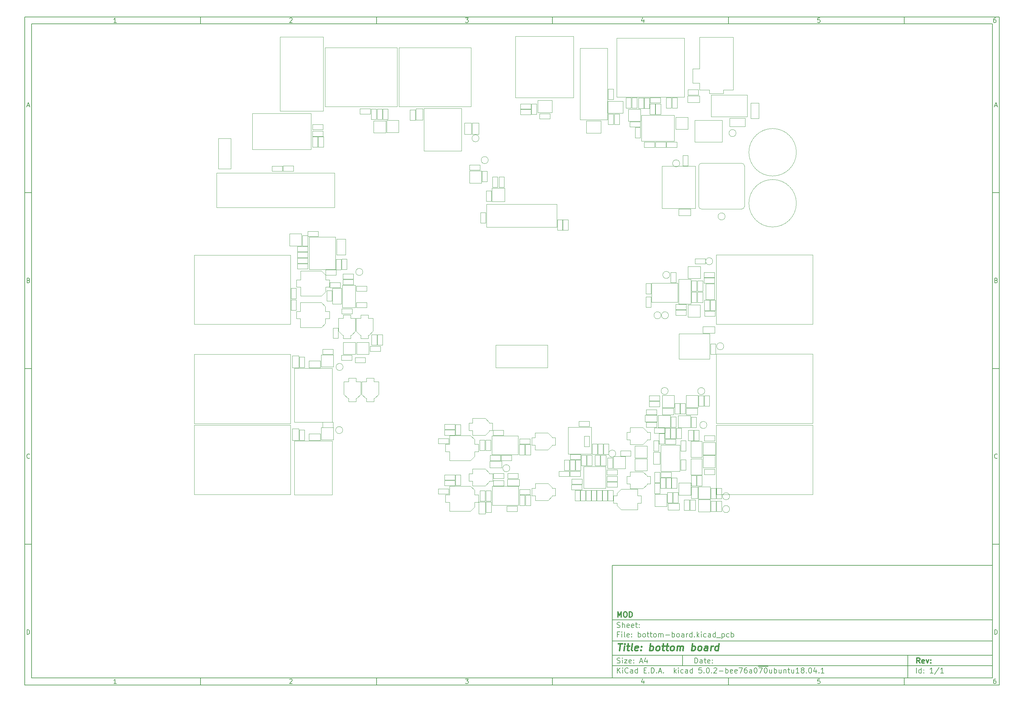
<source format=gbr>
G04 #@! TF.GenerationSoftware,KiCad,Pcbnew,5.0.2-bee76a0~70~ubuntu18.04.1*
G04 #@! TF.CreationDate,2019-04-12T15:51:36+02:00*
G04 #@! TF.ProjectId,bottom-board,626f7474-6f6d-42d6-926f-6172642e6b69,rev?*
G04 #@! TF.SameCoordinates,PX48111b4PY15fd6c8*
G04 #@! TF.FileFunction,Other,User*
%FSLAX46Y46*%
G04 Gerber Fmt 4.6, Leading zero omitted, Abs format (unit mm)*
G04 Created by KiCad (PCBNEW 5.0.2-bee76a0~70~ubuntu18.04.1) date Fri 12 Apr 2019 03:51:36 PM CEST*
%MOMM*%
%LPD*%
G01*
G04 APERTURE LIST*
%ADD10C,0.100000*%
%ADD11C,0.150000*%
%ADD12C,0.300000*%
%ADD13C,0.400000*%
%ADD14C,0.050000*%
G04 APERTURE END LIST*
D10*
D11*
X101434660Y-142949080D02*
X101434660Y-174949080D01*
X209434660Y-174949080D01*
X209434660Y-142949080D01*
X101434660Y-142949080D01*
D10*
D11*
X-65567540Y13058120D02*
X-65567540Y-176949080D01*
X211434660Y-176949080D01*
X211434660Y13058120D01*
X-65567540Y13058120D01*
D10*
D11*
X-63567540Y11058120D02*
X-63567540Y-174949080D01*
X209434660Y-174949080D01*
X209434660Y11058120D01*
X-63567540Y11058120D01*
D10*
D11*
X-15567540Y11058120D02*
X-15567540Y13058120D01*
D10*
D11*
X34432460Y11058120D02*
X34432460Y13058120D01*
D10*
D11*
X84432460Y11058120D02*
X84432460Y13058120D01*
D10*
D11*
X134432460Y11058120D02*
X134432460Y13058120D01*
D10*
D11*
X184432460Y11058120D02*
X184432460Y13058120D01*
D10*
D11*
X-39502064Y11470025D02*
X-40244921Y11470025D01*
X-39873493Y11470025D02*
X-39873493Y12770025D01*
X-39997302Y12584311D01*
X-40121112Y12460501D01*
X-40244921Y12398597D01*
D10*
D11*
X9755079Y12646216D02*
X9816983Y12708120D01*
X9940793Y12770025D01*
X10250317Y12770025D01*
X10374126Y12708120D01*
X10436031Y12646216D01*
X10497936Y12522406D01*
X10497936Y12398597D01*
X10436031Y12212882D01*
X9693174Y11470025D01*
X10497936Y11470025D01*
D10*
D11*
X59693174Y12770025D02*
X60497936Y12770025D01*
X60064602Y12274787D01*
X60250317Y12274787D01*
X60374126Y12212882D01*
X60436031Y12150978D01*
X60497936Y12027168D01*
X60497936Y11717644D01*
X60436031Y11593835D01*
X60374126Y11531930D01*
X60250317Y11470025D01*
X59878888Y11470025D01*
X59755079Y11531930D01*
X59693174Y11593835D01*
D10*
D11*
X110374126Y12336692D02*
X110374126Y11470025D01*
X110064602Y12831930D02*
X109755079Y11903359D01*
X110559840Y11903359D01*
D10*
D11*
X160436031Y12770025D02*
X159816983Y12770025D01*
X159755079Y12150978D01*
X159816983Y12212882D01*
X159940793Y12274787D01*
X160250317Y12274787D01*
X160374126Y12212882D01*
X160436031Y12150978D01*
X160497936Y12027168D01*
X160497936Y11717644D01*
X160436031Y11593835D01*
X160374126Y11531930D01*
X160250317Y11470025D01*
X159940793Y11470025D01*
X159816983Y11531930D01*
X159755079Y11593835D01*
D10*
D11*
X210374126Y12770025D02*
X210126507Y12770025D01*
X210002698Y12708120D01*
X209940793Y12646216D01*
X209816983Y12460501D01*
X209755079Y12212882D01*
X209755079Y11717644D01*
X209816983Y11593835D01*
X209878888Y11531930D01*
X210002698Y11470025D01*
X210250317Y11470025D01*
X210374126Y11531930D01*
X210436031Y11593835D01*
X210497936Y11717644D01*
X210497936Y12027168D01*
X210436031Y12150978D01*
X210374126Y12212882D01*
X210250317Y12274787D01*
X210002698Y12274787D01*
X209878888Y12212882D01*
X209816983Y12150978D01*
X209755079Y12027168D01*
D10*
D11*
X-15567540Y-174949080D02*
X-15567540Y-176949080D01*
D10*
D11*
X34432460Y-174949080D02*
X34432460Y-176949080D01*
D10*
D11*
X84432460Y-174949080D02*
X84432460Y-176949080D01*
D10*
D11*
X134432460Y-174949080D02*
X134432460Y-176949080D01*
D10*
D11*
X184432460Y-174949080D02*
X184432460Y-176949080D01*
D10*
D11*
X-39502064Y-176537175D02*
X-40244921Y-176537175D01*
X-39873493Y-176537175D02*
X-39873493Y-175237175D01*
X-39997302Y-175422889D01*
X-40121112Y-175546699D01*
X-40244921Y-175608603D01*
D10*
D11*
X9755079Y-175360984D02*
X9816983Y-175299080D01*
X9940793Y-175237175D01*
X10250317Y-175237175D01*
X10374126Y-175299080D01*
X10436031Y-175360984D01*
X10497936Y-175484794D01*
X10497936Y-175608603D01*
X10436031Y-175794318D01*
X9693174Y-176537175D01*
X10497936Y-176537175D01*
D10*
D11*
X59693174Y-175237175D02*
X60497936Y-175237175D01*
X60064602Y-175732413D01*
X60250317Y-175732413D01*
X60374126Y-175794318D01*
X60436031Y-175856222D01*
X60497936Y-175980032D01*
X60497936Y-176289556D01*
X60436031Y-176413365D01*
X60374126Y-176475270D01*
X60250317Y-176537175D01*
X59878888Y-176537175D01*
X59755079Y-176475270D01*
X59693174Y-176413365D01*
D10*
D11*
X110374126Y-175670508D02*
X110374126Y-176537175D01*
X110064602Y-175175270D02*
X109755079Y-176103841D01*
X110559840Y-176103841D01*
D10*
D11*
X160436031Y-175237175D02*
X159816983Y-175237175D01*
X159755079Y-175856222D01*
X159816983Y-175794318D01*
X159940793Y-175732413D01*
X160250317Y-175732413D01*
X160374126Y-175794318D01*
X160436031Y-175856222D01*
X160497936Y-175980032D01*
X160497936Y-176289556D01*
X160436031Y-176413365D01*
X160374126Y-176475270D01*
X160250317Y-176537175D01*
X159940793Y-176537175D01*
X159816983Y-176475270D01*
X159755079Y-176413365D01*
D10*
D11*
X210374126Y-175237175D02*
X210126507Y-175237175D01*
X210002698Y-175299080D01*
X209940793Y-175360984D01*
X209816983Y-175546699D01*
X209755079Y-175794318D01*
X209755079Y-176289556D01*
X209816983Y-176413365D01*
X209878888Y-176475270D01*
X210002698Y-176537175D01*
X210250317Y-176537175D01*
X210374126Y-176475270D01*
X210436031Y-176413365D01*
X210497936Y-176289556D01*
X210497936Y-175980032D01*
X210436031Y-175856222D01*
X210374126Y-175794318D01*
X210250317Y-175732413D01*
X210002698Y-175732413D01*
X209878888Y-175794318D01*
X209816983Y-175856222D01*
X209755079Y-175980032D01*
D10*
D11*
X-65567540Y-36941880D02*
X-63567540Y-36941880D01*
D10*
D11*
X-65567540Y-86941880D02*
X-63567540Y-86941880D01*
D10*
D11*
X-65567540Y-136941880D02*
X-63567540Y-136941880D01*
D10*
D11*
X-64877064Y-12158546D02*
X-64258017Y-12158546D01*
X-65000874Y-12529975D02*
X-64567540Y-11229975D01*
X-64134207Y-12529975D01*
D10*
D11*
X-64474683Y-61849022D02*
X-64288969Y-61910927D01*
X-64227064Y-61972832D01*
X-64165160Y-62096641D01*
X-64165160Y-62282356D01*
X-64227064Y-62406165D01*
X-64288969Y-62468070D01*
X-64412779Y-62529975D01*
X-64908017Y-62529975D01*
X-64908017Y-61229975D01*
X-64474683Y-61229975D01*
X-64350874Y-61291880D01*
X-64288969Y-61353784D01*
X-64227064Y-61477594D01*
X-64227064Y-61601403D01*
X-64288969Y-61725213D01*
X-64350874Y-61787118D01*
X-64474683Y-61849022D01*
X-64908017Y-61849022D01*
D10*
D11*
X-64165160Y-112406165D02*
X-64227064Y-112468070D01*
X-64412779Y-112529975D01*
X-64536588Y-112529975D01*
X-64722302Y-112468070D01*
X-64846112Y-112344260D01*
X-64908017Y-112220451D01*
X-64969921Y-111972832D01*
X-64969921Y-111787118D01*
X-64908017Y-111539499D01*
X-64846112Y-111415689D01*
X-64722302Y-111291880D01*
X-64536588Y-111229975D01*
X-64412779Y-111229975D01*
X-64227064Y-111291880D01*
X-64165160Y-111353784D01*
D10*
D11*
X-64908017Y-162529975D02*
X-64908017Y-161229975D01*
X-64598493Y-161229975D01*
X-64412779Y-161291880D01*
X-64288969Y-161415689D01*
X-64227064Y-161539499D01*
X-64165160Y-161787118D01*
X-64165160Y-161972832D01*
X-64227064Y-162220451D01*
X-64288969Y-162344260D01*
X-64412779Y-162468070D01*
X-64598493Y-162529975D01*
X-64908017Y-162529975D01*
D10*
D11*
X211434660Y-36941880D02*
X209434660Y-36941880D01*
D10*
D11*
X211434660Y-86941880D02*
X209434660Y-86941880D01*
D10*
D11*
X211434660Y-136941880D02*
X209434660Y-136941880D01*
D10*
D11*
X210125136Y-12158546D02*
X210744183Y-12158546D01*
X210001326Y-12529975D02*
X210434660Y-11229975D01*
X210867993Y-12529975D01*
D10*
D11*
X210527517Y-61849022D02*
X210713231Y-61910927D01*
X210775136Y-61972832D01*
X210837040Y-62096641D01*
X210837040Y-62282356D01*
X210775136Y-62406165D01*
X210713231Y-62468070D01*
X210589421Y-62529975D01*
X210094183Y-62529975D01*
X210094183Y-61229975D01*
X210527517Y-61229975D01*
X210651326Y-61291880D01*
X210713231Y-61353784D01*
X210775136Y-61477594D01*
X210775136Y-61601403D01*
X210713231Y-61725213D01*
X210651326Y-61787118D01*
X210527517Y-61849022D01*
X210094183Y-61849022D01*
D10*
D11*
X210837040Y-112406165D02*
X210775136Y-112468070D01*
X210589421Y-112529975D01*
X210465612Y-112529975D01*
X210279898Y-112468070D01*
X210156088Y-112344260D01*
X210094183Y-112220451D01*
X210032279Y-111972832D01*
X210032279Y-111787118D01*
X210094183Y-111539499D01*
X210156088Y-111415689D01*
X210279898Y-111291880D01*
X210465612Y-111229975D01*
X210589421Y-111229975D01*
X210775136Y-111291880D01*
X210837040Y-111353784D01*
D10*
D11*
X210094183Y-162529975D02*
X210094183Y-161229975D01*
X210403707Y-161229975D01*
X210589421Y-161291880D01*
X210713231Y-161415689D01*
X210775136Y-161539499D01*
X210837040Y-161787118D01*
X210837040Y-161972832D01*
X210775136Y-162220451D01*
X210713231Y-162344260D01*
X210589421Y-162468070D01*
X210403707Y-162529975D01*
X210094183Y-162529975D01*
D10*
D11*
X124866802Y-170727651D02*
X124866802Y-169227651D01*
X125223945Y-169227651D01*
X125438231Y-169299080D01*
X125581088Y-169441937D01*
X125652517Y-169584794D01*
X125723945Y-169870508D01*
X125723945Y-170084794D01*
X125652517Y-170370508D01*
X125581088Y-170513365D01*
X125438231Y-170656222D01*
X125223945Y-170727651D01*
X124866802Y-170727651D01*
X127009660Y-170727651D02*
X127009660Y-169941937D01*
X126938231Y-169799080D01*
X126795374Y-169727651D01*
X126509660Y-169727651D01*
X126366802Y-169799080D01*
X127009660Y-170656222D02*
X126866802Y-170727651D01*
X126509660Y-170727651D01*
X126366802Y-170656222D01*
X126295374Y-170513365D01*
X126295374Y-170370508D01*
X126366802Y-170227651D01*
X126509660Y-170156222D01*
X126866802Y-170156222D01*
X127009660Y-170084794D01*
X127509660Y-169727651D02*
X128081088Y-169727651D01*
X127723945Y-169227651D02*
X127723945Y-170513365D01*
X127795374Y-170656222D01*
X127938231Y-170727651D01*
X128081088Y-170727651D01*
X129152517Y-170656222D02*
X129009660Y-170727651D01*
X128723945Y-170727651D01*
X128581088Y-170656222D01*
X128509660Y-170513365D01*
X128509660Y-169941937D01*
X128581088Y-169799080D01*
X128723945Y-169727651D01*
X129009660Y-169727651D01*
X129152517Y-169799080D01*
X129223945Y-169941937D01*
X129223945Y-170084794D01*
X128509660Y-170227651D01*
X129866802Y-170584794D02*
X129938231Y-170656222D01*
X129866802Y-170727651D01*
X129795374Y-170656222D01*
X129866802Y-170584794D01*
X129866802Y-170727651D01*
X129866802Y-169799080D02*
X129938231Y-169870508D01*
X129866802Y-169941937D01*
X129795374Y-169870508D01*
X129866802Y-169799080D01*
X129866802Y-169941937D01*
D10*
D11*
X101434660Y-171449080D02*
X209434660Y-171449080D01*
D10*
D11*
X102866802Y-173527651D02*
X102866802Y-172027651D01*
X103723945Y-173527651D02*
X103081088Y-172670508D01*
X103723945Y-172027651D02*
X102866802Y-172884794D01*
X104366802Y-173527651D02*
X104366802Y-172527651D01*
X104366802Y-172027651D02*
X104295374Y-172099080D01*
X104366802Y-172170508D01*
X104438231Y-172099080D01*
X104366802Y-172027651D01*
X104366802Y-172170508D01*
X105938231Y-173384794D02*
X105866802Y-173456222D01*
X105652517Y-173527651D01*
X105509660Y-173527651D01*
X105295374Y-173456222D01*
X105152517Y-173313365D01*
X105081088Y-173170508D01*
X105009660Y-172884794D01*
X105009660Y-172670508D01*
X105081088Y-172384794D01*
X105152517Y-172241937D01*
X105295374Y-172099080D01*
X105509660Y-172027651D01*
X105652517Y-172027651D01*
X105866802Y-172099080D01*
X105938231Y-172170508D01*
X107223945Y-173527651D02*
X107223945Y-172741937D01*
X107152517Y-172599080D01*
X107009660Y-172527651D01*
X106723945Y-172527651D01*
X106581088Y-172599080D01*
X107223945Y-173456222D02*
X107081088Y-173527651D01*
X106723945Y-173527651D01*
X106581088Y-173456222D01*
X106509660Y-173313365D01*
X106509660Y-173170508D01*
X106581088Y-173027651D01*
X106723945Y-172956222D01*
X107081088Y-172956222D01*
X107223945Y-172884794D01*
X108581088Y-173527651D02*
X108581088Y-172027651D01*
X108581088Y-173456222D02*
X108438231Y-173527651D01*
X108152517Y-173527651D01*
X108009660Y-173456222D01*
X107938231Y-173384794D01*
X107866802Y-173241937D01*
X107866802Y-172813365D01*
X107938231Y-172670508D01*
X108009660Y-172599080D01*
X108152517Y-172527651D01*
X108438231Y-172527651D01*
X108581088Y-172599080D01*
X110438231Y-172741937D02*
X110938231Y-172741937D01*
X111152517Y-173527651D02*
X110438231Y-173527651D01*
X110438231Y-172027651D01*
X111152517Y-172027651D01*
X111795374Y-173384794D02*
X111866802Y-173456222D01*
X111795374Y-173527651D01*
X111723945Y-173456222D01*
X111795374Y-173384794D01*
X111795374Y-173527651D01*
X112509660Y-173527651D02*
X112509660Y-172027651D01*
X112866802Y-172027651D01*
X113081088Y-172099080D01*
X113223945Y-172241937D01*
X113295374Y-172384794D01*
X113366802Y-172670508D01*
X113366802Y-172884794D01*
X113295374Y-173170508D01*
X113223945Y-173313365D01*
X113081088Y-173456222D01*
X112866802Y-173527651D01*
X112509660Y-173527651D01*
X114009660Y-173384794D02*
X114081088Y-173456222D01*
X114009660Y-173527651D01*
X113938231Y-173456222D01*
X114009660Y-173384794D01*
X114009660Y-173527651D01*
X114652517Y-173099080D02*
X115366802Y-173099080D01*
X114509660Y-173527651D02*
X115009660Y-172027651D01*
X115509660Y-173527651D01*
X116009660Y-173384794D02*
X116081088Y-173456222D01*
X116009660Y-173527651D01*
X115938231Y-173456222D01*
X116009660Y-173384794D01*
X116009660Y-173527651D01*
X119009660Y-173527651D02*
X119009660Y-172027651D01*
X119152517Y-172956222D02*
X119581088Y-173527651D01*
X119581088Y-172527651D02*
X119009660Y-173099080D01*
X120223945Y-173527651D02*
X120223945Y-172527651D01*
X120223945Y-172027651D02*
X120152517Y-172099080D01*
X120223945Y-172170508D01*
X120295374Y-172099080D01*
X120223945Y-172027651D01*
X120223945Y-172170508D01*
X121581088Y-173456222D02*
X121438231Y-173527651D01*
X121152517Y-173527651D01*
X121009660Y-173456222D01*
X120938231Y-173384794D01*
X120866802Y-173241937D01*
X120866802Y-172813365D01*
X120938231Y-172670508D01*
X121009660Y-172599080D01*
X121152517Y-172527651D01*
X121438231Y-172527651D01*
X121581088Y-172599080D01*
X122866802Y-173527651D02*
X122866802Y-172741937D01*
X122795374Y-172599080D01*
X122652517Y-172527651D01*
X122366802Y-172527651D01*
X122223945Y-172599080D01*
X122866802Y-173456222D02*
X122723945Y-173527651D01*
X122366802Y-173527651D01*
X122223945Y-173456222D01*
X122152517Y-173313365D01*
X122152517Y-173170508D01*
X122223945Y-173027651D01*
X122366802Y-172956222D01*
X122723945Y-172956222D01*
X122866802Y-172884794D01*
X124223945Y-173527651D02*
X124223945Y-172027651D01*
X124223945Y-173456222D02*
X124081088Y-173527651D01*
X123795374Y-173527651D01*
X123652517Y-173456222D01*
X123581088Y-173384794D01*
X123509660Y-173241937D01*
X123509660Y-172813365D01*
X123581088Y-172670508D01*
X123652517Y-172599080D01*
X123795374Y-172527651D01*
X124081088Y-172527651D01*
X124223945Y-172599080D01*
X126795374Y-172027651D02*
X126081088Y-172027651D01*
X126009660Y-172741937D01*
X126081088Y-172670508D01*
X126223945Y-172599080D01*
X126581088Y-172599080D01*
X126723945Y-172670508D01*
X126795374Y-172741937D01*
X126866802Y-172884794D01*
X126866802Y-173241937D01*
X126795374Y-173384794D01*
X126723945Y-173456222D01*
X126581088Y-173527651D01*
X126223945Y-173527651D01*
X126081088Y-173456222D01*
X126009660Y-173384794D01*
X127509660Y-173384794D02*
X127581088Y-173456222D01*
X127509660Y-173527651D01*
X127438231Y-173456222D01*
X127509660Y-173384794D01*
X127509660Y-173527651D01*
X128509660Y-172027651D02*
X128652517Y-172027651D01*
X128795374Y-172099080D01*
X128866802Y-172170508D01*
X128938231Y-172313365D01*
X129009660Y-172599080D01*
X129009660Y-172956222D01*
X128938231Y-173241937D01*
X128866802Y-173384794D01*
X128795374Y-173456222D01*
X128652517Y-173527651D01*
X128509660Y-173527651D01*
X128366802Y-173456222D01*
X128295374Y-173384794D01*
X128223945Y-173241937D01*
X128152517Y-172956222D01*
X128152517Y-172599080D01*
X128223945Y-172313365D01*
X128295374Y-172170508D01*
X128366802Y-172099080D01*
X128509660Y-172027651D01*
X129652517Y-173384794D02*
X129723945Y-173456222D01*
X129652517Y-173527651D01*
X129581088Y-173456222D01*
X129652517Y-173384794D01*
X129652517Y-173527651D01*
X130295374Y-172170508D02*
X130366802Y-172099080D01*
X130509660Y-172027651D01*
X130866802Y-172027651D01*
X131009660Y-172099080D01*
X131081088Y-172170508D01*
X131152517Y-172313365D01*
X131152517Y-172456222D01*
X131081088Y-172670508D01*
X130223945Y-173527651D01*
X131152517Y-173527651D01*
X131795374Y-172956222D02*
X132938231Y-172956222D01*
X133652517Y-173527651D02*
X133652517Y-172027651D01*
X133652517Y-172599080D02*
X133795374Y-172527651D01*
X134081088Y-172527651D01*
X134223945Y-172599080D01*
X134295374Y-172670508D01*
X134366802Y-172813365D01*
X134366802Y-173241937D01*
X134295374Y-173384794D01*
X134223945Y-173456222D01*
X134081088Y-173527651D01*
X133795374Y-173527651D01*
X133652517Y-173456222D01*
X135581088Y-173456222D02*
X135438231Y-173527651D01*
X135152517Y-173527651D01*
X135009660Y-173456222D01*
X134938231Y-173313365D01*
X134938231Y-172741937D01*
X135009660Y-172599080D01*
X135152517Y-172527651D01*
X135438231Y-172527651D01*
X135581088Y-172599080D01*
X135652517Y-172741937D01*
X135652517Y-172884794D01*
X134938231Y-173027651D01*
X136866802Y-173456222D02*
X136723945Y-173527651D01*
X136438231Y-173527651D01*
X136295374Y-173456222D01*
X136223945Y-173313365D01*
X136223945Y-172741937D01*
X136295374Y-172599080D01*
X136438231Y-172527651D01*
X136723945Y-172527651D01*
X136866802Y-172599080D01*
X136938231Y-172741937D01*
X136938231Y-172884794D01*
X136223945Y-173027651D01*
X137438231Y-172027651D02*
X138438231Y-172027651D01*
X137795374Y-173527651D01*
X139652517Y-172027651D02*
X139366802Y-172027651D01*
X139223945Y-172099080D01*
X139152517Y-172170508D01*
X139009660Y-172384794D01*
X138938231Y-172670508D01*
X138938231Y-173241937D01*
X139009660Y-173384794D01*
X139081088Y-173456222D01*
X139223945Y-173527651D01*
X139509660Y-173527651D01*
X139652517Y-173456222D01*
X139723945Y-173384794D01*
X139795374Y-173241937D01*
X139795374Y-172884794D01*
X139723945Y-172741937D01*
X139652517Y-172670508D01*
X139509660Y-172599080D01*
X139223945Y-172599080D01*
X139081088Y-172670508D01*
X139009660Y-172741937D01*
X138938231Y-172884794D01*
X141081088Y-173527651D02*
X141081088Y-172741937D01*
X141009660Y-172599080D01*
X140866802Y-172527651D01*
X140581088Y-172527651D01*
X140438231Y-172599080D01*
X141081088Y-173456222D02*
X140938231Y-173527651D01*
X140581088Y-173527651D01*
X140438231Y-173456222D01*
X140366802Y-173313365D01*
X140366802Y-173170508D01*
X140438231Y-173027651D01*
X140581088Y-172956222D01*
X140938231Y-172956222D01*
X141081088Y-172884794D01*
X142081088Y-172027651D02*
X142223945Y-172027651D01*
X142366802Y-172099080D01*
X142438231Y-172170508D01*
X142509660Y-172313365D01*
X142581088Y-172599080D01*
X142581088Y-172956222D01*
X142509660Y-173241937D01*
X142438231Y-173384794D01*
X142366802Y-173456222D01*
X142223945Y-173527651D01*
X142081088Y-173527651D01*
X141938231Y-173456222D01*
X141866802Y-173384794D01*
X141795374Y-173241937D01*
X141723945Y-172956222D01*
X141723945Y-172599080D01*
X141795374Y-172313365D01*
X141866802Y-172170508D01*
X141938231Y-172099080D01*
X142081088Y-172027651D01*
X142866802Y-171619080D02*
X144295374Y-171619080D01*
X143081088Y-172027651D02*
X144081088Y-172027651D01*
X143438231Y-173527651D01*
X144295374Y-171619080D02*
X145723945Y-171619080D01*
X144938231Y-172027651D02*
X145081088Y-172027651D01*
X145223945Y-172099080D01*
X145295374Y-172170508D01*
X145366802Y-172313365D01*
X145438231Y-172599080D01*
X145438231Y-172956222D01*
X145366802Y-173241937D01*
X145295374Y-173384794D01*
X145223945Y-173456222D01*
X145081088Y-173527651D01*
X144938231Y-173527651D01*
X144795374Y-173456222D01*
X144723945Y-173384794D01*
X144652517Y-173241937D01*
X144581088Y-172956222D01*
X144581088Y-172599080D01*
X144652517Y-172313365D01*
X144723945Y-172170508D01*
X144795374Y-172099080D01*
X144938231Y-172027651D01*
X146723945Y-172527651D02*
X146723945Y-173527651D01*
X146081088Y-172527651D02*
X146081088Y-173313365D01*
X146152517Y-173456222D01*
X146295374Y-173527651D01*
X146509660Y-173527651D01*
X146652517Y-173456222D01*
X146723945Y-173384794D01*
X147438231Y-173527651D02*
X147438231Y-172027651D01*
X147438231Y-172599080D02*
X147581088Y-172527651D01*
X147866802Y-172527651D01*
X148009660Y-172599080D01*
X148081088Y-172670508D01*
X148152517Y-172813365D01*
X148152517Y-173241937D01*
X148081088Y-173384794D01*
X148009660Y-173456222D01*
X147866802Y-173527651D01*
X147581088Y-173527651D01*
X147438231Y-173456222D01*
X149438231Y-172527651D02*
X149438231Y-173527651D01*
X148795374Y-172527651D02*
X148795374Y-173313365D01*
X148866802Y-173456222D01*
X149009660Y-173527651D01*
X149223945Y-173527651D01*
X149366802Y-173456222D01*
X149438231Y-173384794D01*
X150152517Y-172527651D02*
X150152517Y-173527651D01*
X150152517Y-172670508D02*
X150223945Y-172599080D01*
X150366802Y-172527651D01*
X150581088Y-172527651D01*
X150723945Y-172599080D01*
X150795374Y-172741937D01*
X150795374Y-173527651D01*
X151295374Y-172527651D02*
X151866802Y-172527651D01*
X151509660Y-172027651D02*
X151509660Y-173313365D01*
X151581088Y-173456222D01*
X151723945Y-173527651D01*
X151866802Y-173527651D01*
X153009660Y-172527651D02*
X153009660Y-173527651D01*
X152366802Y-172527651D02*
X152366802Y-173313365D01*
X152438231Y-173456222D01*
X152581088Y-173527651D01*
X152795374Y-173527651D01*
X152938231Y-173456222D01*
X153009660Y-173384794D01*
X154509660Y-173527651D02*
X153652517Y-173527651D01*
X154081088Y-173527651D02*
X154081088Y-172027651D01*
X153938231Y-172241937D01*
X153795374Y-172384794D01*
X153652517Y-172456222D01*
X155366802Y-172670508D02*
X155223945Y-172599080D01*
X155152517Y-172527651D01*
X155081088Y-172384794D01*
X155081088Y-172313365D01*
X155152517Y-172170508D01*
X155223945Y-172099080D01*
X155366802Y-172027651D01*
X155652517Y-172027651D01*
X155795374Y-172099080D01*
X155866802Y-172170508D01*
X155938231Y-172313365D01*
X155938231Y-172384794D01*
X155866802Y-172527651D01*
X155795374Y-172599080D01*
X155652517Y-172670508D01*
X155366802Y-172670508D01*
X155223945Y-172741937D01*
X155152517Y-172813365D01*
X155081088Y-172956222D01*
X155081088Y-173241937D01*
X155152517Y-173384794D01*
X155223945Y-173456222D01*
X155366802Y-173527651D01*
X155652517Y-173527651D01*
X155795374Y-173456222D01*
X155866802Y-173384794D01*
X155938231Y-173241937D01*
X155938231Y-172956222D01*
X155866802Y-172813365D01*
X155795374Y-172741937D01*
X155652517Y-172670508D01*
X156581088Y-173384794D02*
X156652517Y-173456222D01*
X156581088Y-173527651D01*
X156509660Y-173456222D01*
X156581088Y-173384794D01*
X156581088Y-173527651D01*
X157581088Y-172027651D02*
X157723945Y-172027651D01*
X157866802Y-172099080D01*
X157938231Y-172170508D01*
X158009660Y-172313365D01*
X158081088Y-172599080D01*
X158081088Y-172956222D01*
X158009660Y-173241937D01*
X157938231Y-173384794D01*
X157866802Y-173456222D01*
X157723945Y-173527651D01*
X157581088Y-173527651D01*
X157438231Y-173456222D01*
X157366802Y-173384794D01*
X157295374Y-173241937D01*
X157223945Y-172956222D01*
X157223945Y-172599080D01*
X157295374Y-172313365D01*
X157366802Y-172170508D01*
X157438231Y-172099080D01*
X157581088Y-172027651D01*
X159366802Y-172527651D02*
X159366802Y-173527651D01*
X159009660Y-171956222D02*
X158652517Y-173027651D01*
X159581088Y-173027651D01*
X160152517Y-173384794D02*
X160223945Y-173456222D01*
X160152517Y-173527651D01*
X160081088Y-173456222D01*
X160152517Y-173384794D01*
X160152517Y-173527651D01*
X161652517Y-173527651D02*
X160795374Y-173527651D01*
X161223945Y-173527651D02*
X161223945Y-172027651D01*
X161081088Y-172241937D01*
X160938231Y-172384794D01*
X160795374Y-172456222D01*
D10*
D11*
X101434660Y-168449080D02*
X209434660Y-168449080D01*
D10*
D12*
X188843945Y-170727651D02*
X188343945Y-170013365D01*
X187986802Y-170727651D02*
X187986802Y-169227651D01*
X188558231Y-169227651D01*
X188701088Y-169299080D01*
X188772517Y-169370508D01*
X188843945Y-169513365D01*
X188843945Y-169727651D01*
X188772517Y-169870508D01*
X188701088Y-169941937D01*
X188558231Y-170013365D01*
X187986802Y-170013365D01*
X190058231Y-170656222D02*
X189915374Y-170727651D01*
X189629660Y-170727651D01*
X189486802Y-170656222D01*
X189415374Y-170513365D01*
X189415374Y-169941937D01*
X189486802Y-169799080D01*
X189629660Y-169727651D01*
X189915374Y-169727651D01*
X190058231Y-169799080D01*
X190129660Y-169941937D01*
X190129660Y-170084794D01*
X189415374Y-170227651D01*
X190629660Y-169727651D02*
X190986802Y-170727651D01*
X191343945Y-169727651D01*
X191915374Y-170584794D02*
X191986802Y-170656222D01*
X191915374Y-170727651D01*
X191843945Y-170656222D01*
X191915374Y-170584794D01*
X191915374Y-170727651D01*
X191915374Y-169799080D02*
X191986802Y-169870508D01*
X191915374Y-169941937D01*
X191843945Y-169870508D01*
X191915374Y-169799080D01*
X191915374Y-169941937D01*
D10*
D11*
X102795374Y-170656222D02*
X103009660Y-170727651D01*
X103366802Y-170727651D01*
X103509660Y-170656222D01*
X103581088Y-170584794D01*
X103652517Y-170441937D01*
X103652517Y-170299080D01*
X103581088Y-170156222D01*
X103509660Y-170084794D01*
X103366802Y-170013365D01*
X103081088Y-169941937D01*
X102938231Y-169870508D01*
X102866802Y-169799080D01*
X102795374Y-169656222D01*
X102795374Y-169513365D01*
X102866802Y-169370508D01*
X102938231Y-169299080D01*
X103081088Y-169227651D01*
X103438231Y-169227651D01*
X103652517Y-169299080D01*
X104295374Y-170727651D02*
X104295374Y-169727651D01*
X104295374Y-169227651D02*
X104223945Y-169299080D01*
X104295374Y-169370508D01*
X104366802Y-169299080D01*
X104295374Y-169227651D01*
X104295374Y-169370508D01*
X104866802Y-169727651D02*
X105652517Y-169727651D01*
X104866802Y-170727651D01*
X105652517Y-170727651D01*
X106795374Y-170656222D02*
X106652517Y-170727651D01*
X106366802Y-170727651D01*
X106223945Y-170656222D01*
X106152517Y-170513365D01*
X106152517Y-169941937D01*
X106223945Y-169799080D01*
X106366802Y-169727651D01*
X106652517Y-169727651D01*
X106795374Y-169799080D01*
X106866802Y-169941937D01*
X106866802Y-170084794D01*
X106152517Y-170227651D01*
X107509660Y-170584794D02*
X107581088Y-170656222D01*
X107509660Y-170727651D01*
X107438231Y-170656222D01*
X107509660Y-170584794D01*
X107509660Y-170727651D01*
X107509660Y-169799080D02*
X107581088Y-169870508D01*
X107509660Y-169941937D01*
X107438231Y-169870508D01*
X107509660Y-169799080D01*
X107509660Y-169941937D01*
X109295374Y-170299080D02*
X110009660Y-170299080D01*
X109152517Y-170727651D02*
X109652517Y-169227651D01*
X110152517Y-170727651D01*
X111295374Y-169727651D02*
X111295374Y-170727651D01*
X110938231Y-169156222D02*
X110581088Y-170227651D01*
X111509660Y-170227651D01*
D10*
D11*
X187866802Y-173527651D02*
X187866802Y-172027651D01*
X189223945Y-173527651D02*
X189223945Y-172027651D01*
X189223945Y-173456222D02*
X189081088Y-173527651D01*
X188795374Y-173527651D01*
X188652517Y-173456222D01*
X188581088Y-173384794D01*
X188509660Y-173241937D01*
X188509660Y-172813365D01*
X188581088Y-172670508D01*
X188652517Y-172599080D01*
X188795374Y-172527651D01*
X189081088Y-172527651D01*
X189223945Y-172599080D01*
X189938231Y-173384794D02*
X190009660Y-173456222D01*
X189938231Y-173527651D01*
X189866802Y-173456222D01*
X189938231Y-173384794D01*
X189938231Y-173527651D01*
X189938231Y-172599080D02*
X190009660Y-172670508D01*
X189938231Y-172741937D01*
X189866802Y-172670508D01*
X189938231Y-172599080D01*
X189938231Y-172741937D01*
X192581088Y-173527651D02*
X191723945Y-173527651D01*
X192152517Y-173527651D02*
X192152517Y-172027651D01*
X192009660Y-172241937D01*
X191866802Y-172384794D01*
X191723945Y-172456222D01*
X194295374Y-171956222D02*
X193009660Y-173884794D01*
X195581088Y-173527651D02*
X194723945Y-173527651D01*
X195152517Y-173527651D02*
X195152517Y-172027651D01*
X195009660Y-172241937D01*
X194866802Y-172384794D01*
X194723945Y-172456222D01*
D10*
D11*
X101434660Y-164449080D02*
X209434660Y-164449080D01*
D10*
D13*
X103147040Y-165153841D02*
X104289898Y-165153841D01*
X103468469Y-167153841D02*
X103718469Y-165153841D01*
X104706564Y-167153841D02*
X104873231Y-165820508D01*
X104956564Y-165153841D02*
X104849421Y-165249080D01*
X104932755Y-165344318D01*
X105039898Y-165249080D01*
X104956564Y-165153841D01*
X104932755Y-165344318D01*
X105539898Y-165820508D02*
X106301802Y-165820508D01*
X105908945Y-165153841D02*
X105694660Y-166868127D01*
X105766088Y-167058603D01*
X105944660Y-167153841D01*
X106135136Y-167153841D01*
X107087517Y-167153841D02*
X106908945Y-167058603D01*
X106837517Y-166868127D01*
X107051802Y-165153841D01*
X108623231Y-167058603D02*
X108420850Y-167153841D01*
X108039898Y-167153841D01*
X107861326Y-167058603D01*
X107789898Y-166868127D01*
X107885136Y-166106222D01*
X108004183Y-165915746D01*
X108206564Y-165820508D01*
X108587517Y-165820508D01*
X108766088Y-165915746D01*
X108837517Y-166106222D01*
X108813707Y-166296699D01*
X107837517Y-166487175D01*
X109587517Y-166963365D02*
X109670850Y-167058603D01*
X109563707Y-167153841D01*
X109480374Y-167058603D01*
X109587517Y-166963365D01*
X109563707Y-167153841D01*
X109718469Y-165915746D02*
X109801802Y-166010984D01*
X109694660Y-166106222D01*
X109611326Y-166010984D01*
X109718469Y-165915746D01*
X109694660Y-166106222D01*
X112039898Y-167153841D02*
X112289898Y-165153841D01*
X112194660Y-165915746D02*
X112397040Y-165820508D01*
X112777993Y-165820508D01*
X112956564Y-165915746D01*
X113039898Y-166010984D01*
X113111326Y-166201460D01*
X113039898Y-166772889D01*
X112920850Y-166963365D01*
X112813707Y-167058603D01*
X112611326Y-167153841D01*
X112230374Y-167153841D01*
X112051802Y-167058603D01*
X114135136Y-167153841D02*
X113956564Y-167058603D01*
X113873231Y-166963365D01*
X113801802Y-166772889D01*
X113873231Y-166201460D01*
X113992279Y-166010984D01*
X114099421Y-165915746D01*
X114301802Y-165820508D01*
X114587517Y-165820508D01*
X114766088Y-165915746D01*
X114849421Y-166010984D01*
X114920850Y-166201460D01*
X114849421Y-166772889D01*
X114730374Y-166963365D01*
X114623231Y-167058603D01*
X114420850Y-167153841D01*
X114135136Y-167153841D01*
X115539898Y-165820508D02*
X116301802Y-165820508D01*
X115908945Y-165153841D02*
X115694660Y-166868127D01*
X115766088Y-167058603D01*
X115944660Y-167153841D01*
X116135136Y-167153841D01*
X116682755Y-165820508D02*
X117444660Y-165820508D01*
X117051802Y-165153841D02*
X116837517Y-166868127D01*
X116908945Y-167058603D01*
X117087517Y-167153841D01*
X117277993Y-167153841D01*
X118230374Y-167153841D02*
X118051802Y-167058603D01*
X117968469Y-166963365D01*
X117897040Y-166772889D01*
X117968469Y-166201460D01*
X118087517Y-166010984D01*
X118194660Y-165915746D01*
X118397040Y-165820508D01*
X118682755Y-165820508D01*
X118861326Y-165915746D01*
X118944660Y-166010984D01*
X119016088Y-166201460D01*
X118944660Y-166772889D01*
X118825612Y-166963365D01*
X118718469Y-167058603D01*
X118516088Y-167153841D01*
X118230374Y-167153841D01*
X119754183Y-167153841D02*
X119920850Y-165820508D01*
X119897040Y-166010984D02*
X120004183Y-165915746D01*
X120206564Y-165820508D01*
X120492279Y-165820508D01*
X120670850Y-165915746D01*
X120742279Y-166106222D01*
X120611326Y-167153841D01*
X120742279Y-166106222D02*
X120861326Y-165915746D01*
X121063707Y-165820508D01*
X121349421Y-165820508D01*
X121527993Y-165915746D01*
X121599421Y-166106222D01*
X121468469Y-167153841D01*
X123944660Y-167153841D02*
X124194660Y-165153841D01*
X124099421Y-165915746D02*
X124301802Y-165820508D01*
X124682755Y-165820508D01*
X124861326Y-165915746D01*
X124944660Y-166010984D01*
X125016088Y-166201460D01*
X124944660Y-166772889D01*
X124825612Y-166963365D01*
X124718469Y-167058603D01*
X124516088Y-167153841D01*
X124135136Y-167153841D01*
X123956564Y-167058603D01*
X126039898Y-167153841D02*
X125861326Y-167058603D01*
X125777993Y-166963365D01*
X125706564Y-166772889D01*
X125777993Y-166201460D01*
X125897040Y-166010984D01*
X126004183Y-165915746D01*
X126206564Y-165820508D01*
X126492279Y-165820508D01*
X126670850Y-165915746D01*
X126754183Y-166010984D01*
X126825612Y-166201460D01*
X126754183Y-166772889D01*
X126635136Y-166963365D01*
X126527993Y-167058603D01*
X126325612Y-167153841D01*
X126039898Y-167153841D01*
X128420850Y-167153841D02*
X128551802Y-166106222D01*
X128480374Y-165915746D01*
X128301802Y-165820508D01*
X127920850Y-165820508D01*
X127718469Y-165915746D01*
X128432755Y-167058603D02*
X128230374Y-167153841D01*
X127754183Y-167153841D01*
X127575612Y-167058603D01*
X127504183Y-166868127D01*
X127527993Y-166677651D01*
X127647040Y-166487175D01*
X127849421Y-166391937D01*
X128325612Y-166391937D01*
X128527993Y-166296699D01*
X129373231Y-167153841D02*
X129539898Y-165820508D01*
X129492279Y-166201460D02*
X129611326Y-166010984D01*
X129718469Y-165915746D01*
X129920850Y-165820508D01*
X130111326Y-165820508D01*
X131468469Y-167153841D02*
X131718469Y-165153841D01*
X131480374Y-167058603D02*
X131277993Y-167153841D01*
X130897040Y-167153841D01*
X130718469Y-167058603D01*
X130635136Y-166963365D01*
X130563707Y-166772889D01*
X130635136Y-166201460D01*
X130754183Y-166010984D01*
X130861326Y-165915746D01*
X131063707Y-165820508D01*
X131444660Y-165820508D01*
X131623231Y-165915746D01*
D10*
D11*
X103366802Y-162541937D02*
X102866802Y-162541937D01*
X102866802Y-163327651D02*
X102866802Y-161827651D01*
X103581088Y-161827651D01*
X104152517Y-163327651D02*
X104152517Y-162327651D01*
X104152517Y-161827651D02*
X104081088Y-161899080D01*
X104152517Y-161970508D01*
X104223945Y-161899080D01*
X104152517Y-161827651D01*
X104152517Y-161970508D01*
X105081088Y-163327651D02*
X104938231Y-163256222D01*
X104866802Y-163113365D01*
X104866802Y-161827651D01*
X106223945Y-163256222D02*
X106081088Y-163327651D01*
X105795374Y-163327651D01*
X105652517Y-163256222D01*
X105581088Y-163113365D01*
X105581088Y-162541937D01*
X105652517Y-162399080D01*
X105795374Y-162327651D01*
X106081088Y-162327651D01*
X106223945Y-162399080D01*
X106295374Y-162541937D01*
X106295374Y-162684794D01*
X105581088Y-162827651D01*
X106938231Y-163184794D02*
X107009660Y-163256222D01*
X106938231Y-163327651D01*
X106866802Y-163256222D01*
X106938231Y-163184794D01*
X106938231Y-163327651D01*
X106938231Y-162399080D02*
X107009660Y-162470508D01*
X106938231Y-162541937D01*
X106866802Y-162470508D01*
X106938231Y-162399080D01*
X106938231Y-162541937D01*
X108795374Y-163327651D02*
X108795374Y-161827651D01*
X108795374Y-162399080D02*
X108938231Y-162327651D01*
X109223945Y-162327651D01*
X109366802Y-162399080D01*
X109438231Y-162470508D01*
X109509660Y-162613365D01*
X109509660Y-163041937D01*
X109438231Y-163184794D01*
X109366802Y-163256222D01*
X109223945Y-163327651D01*
X108938231Y-163327651D01*
X108795374Y-163256222D01*
X110366802Y-163327651D02*
X110223945Y-163256222D01*
X110152517Y-163184794D01*
X110081088Y-163041937D01*
X110081088Y-162613365D01*
X110152517Y-162470508D01*
X110223945Y-162399080D01*
X110366802Y-162327651D01*
X110581088Y-162327651D01*
X110723945Y-162399080D01*
X110795374Y-162470508D01*
X110866802Y-162613365D01*
X110866802Y-163041937D01*
X110795374Y-163184794D01*
X110723945Y-163256222D01*
X110581088Y-163327651D01*
X110366802Y-163327651D01*
X111295374Y-162327651D02*
X111866802Y-162327651D01*
X111509660Y-161827651D02*
X111509660Y-163113365D01*
X111581088Y-163256222D01*
X111723945Y-163327651D01*
X111866802Y-163327651D01*
X112152517Y-162327651D02*
X112723945Y-162327651D01*
X112366802Y-161827651D02*
X112366802Y-163113365D01*
X112438231Y-163256222D01*
X112581088Y-163327651D01*
X112723945Y-163327651D01*
X113438231Y-163327651D02*
X113295374Y-163256222D01*
X113223945Y-163184794D01*
X113152517Y-163041937D01*
X113152517Y-162613365D01*
X113223945Y-162470508D01*
X113295374Y-162399080D01*
X113438231Y-162327651D01*
X113652517Y-162327651D01*
X113795374Y-162399080D01*
X113866802Y-162470508D01*
X113938231Y-162613365D01*
X113938231Y-163041937D01*
X113866802Y-163184794D01*
X113795374Y-163256222D01*
X113652517Y-163327651D01*
X113438231Y-163327651D01*
X114581088Y-163327651D02*
X114581088Y-162327651D01*
X114581088Y-162470508D02*
X114652517Y-162399080D01*
X114795374Y-162327651D01*
X115009660Y-162327651D01*
X115152517Y-162399080D01*
X115223945Y-162541937D01*
X115223945Y-163327651D01*
X115223945Y-162541937D02*
X115295374Y-162399080D01*
X115438231Y-162327651D01*
X115652517Y-162327651D01*
X115795374Y-162399080D01*
X115866802Y-162541937D01*
X115866802Y-163327651D01*
X116581088Y-162756222D02*
X117723945Y-162756222D01*
X118438231Y-163327651D02*
X118438231Y-161827651D01*
X118438231Y-162399080D02*
X118581088Y-162327651D01*
X118866802Y-162327651D01*
X119009660Y-162399080D01*
X119081088Y-162470508D01*
X119152517Y-162613365D01*
X119152517Y-163041937D01*
X119081088Y-163184794D01*
X119009660Y-163256222D01*
X118866802Y-163327651D01*
X118581088Y-163327651D01*
X118438231Y-163256222D01*
X120009660Y-163327651D02*
X119866802Y-163256222D01*
X119795374Y-163184794D01*
X119723945Y-163041937D01*
X119723945Y-162613365D01*
X119795374Y-162470508D01*
X119866802Y-162399080D01*
X120009660Y-162327651D01*
X120223945Y-162327651D01*
X120366802Y-162399080D01*
X120438231Y-162470508D01*
X120509660Y-162613365D01*
X120509660Y-163041937D01*
X120438231Y-163184794D01*
X120366802Y-163256222D01*
X120223945Y-163327651D01*
X120009660Y-163327651D01*
X121795374Y-163327651D02*
X121795374Y-162541937D01*
X121723945Y-162399080D01*
X121581088Y-162327651D01*
X121295374Y-162327651D01*
X121152517Y-162399080D01*
X121795374Y-163256222D02*
X121652517Y-163327651D01*
X121295374Y-163327651D01*
X121152517Y-163256222D01*
X121081088Y-163113365D01*
X121081088Y-162970508D01*
X121152517Y-162827651D01*
X121295374Y-162756222D01*
X121652517Y-162756222D01*
X121795374Y-162684794D01*
X122509660Y-163327651D02*
X122509660Y-162327651D01*
X122509660Y-162613365D02*
X122581088Y-162470508D01*
X122652517Y-162399080D01*
X122795374Y-162327651D01*
X122938231Y-162327651D01*
X124081088Y-163327651D02*
X124081088Y-161827651D01*
X124081088Y-163256222D02*
X123938231Y-163327651D01*
X123652517Y-163327651D01*
X123509660Y-163256222D01*
X123438231Y-163184794D01*
X123366802Y-163041937D01*
X123366802Y-162613365D01*
X123438231Y-162470508D01*
X123509660Y-162399080D01*
X123652517Y-162327651D01*
X123938231Y-162327651D01*
X124081088Y-162399080D01*
X124795374Y-163184794D02*
X124866802Y-163256222D01*
X124795374Y-163327651D01*
X124723945Y-163256222D01*
X124795374Y-163184794D01*
X124795374Y-163327651D01*
X125509660Y-163327651D02*
X125509660Y-161827651D01*
X125652517Y-162756222D02*
X126081088Y-163327651D01*
X126081088Y-162327651D02*
X125509660Y-162899080D01*
X126723945Y-163327651D02*
X126723945Y-162327651D01*
X126723945Y-161827651D02*
X126652517Y-161899080D01*
X126723945Y-161970508D01*
X126795374Y-161899080D01*
X126723945Y-161827651D01*
X126723945Y-161970508D01*
X128081088Y-163256222D02*
X127938231Y-163327651D01*
X127652517Y-163327651D01*
X127509660Y-163256222D01*
X127438231Y-163184794D01*
X127366802Y-163041937D01*
X127366802Y-162613365D01*
X127438231Y-162470508D01*
X127509660Y-162399080D01*
X127652517Y-162327651D01*
X127938231Y-162327651D01*
X128081088Y-162399080D01*
X129366802Y-163327651D02*
X129366802Y-162541937D01*
X129295374Y-162399080D01*
X129152517Y-162327651D01*
X128866802Y-162327651D01*
X128723945Y-162399080D01*
X129366802Y-163256222D02*
X129223945Y-163327651D01*
X128866802Y-163327651D01*
X128723945Y-163256222D01*
X128652517Y-163113365D01*
X128652517Y-162970508D01*
X128723945Y-162827651D01*
X128866802Y-162756222D01*
X129223945Y-162756222D01*
X129366802Y-162684794D01*
X130723945Y-163327651D02*
X130723945Y-161827651D01*
X130723945Y-163256222D02*
X130581088Y-163327651D01*
X130295374Y-163327651D01*
X130152517Y-163256222D01*
X130081088Y-163184794D01*
X130009660Y-163041937D01*
X130009660Y-162613365D01*
X130081088Y-162470508D01*
X130152517Y-162399080D01*
X130295374Y-162327651D01*
X130581088Y-162327651D01*
X130723945Y-162399080D01*
X131081088Y-163470508D02*
X132223945Y-163470508D01*
X132581088Y-162327651D02*
X132581088Y-163827651D01*
X132581088Y-162399080D02*
X132723945Y-162327651D01*
X133009660Y-162327651D01*
X133152517Y-162399080D01*
X133223945Y-162470508D01*
X133295374Y-162613365D01*
X133295374Y-163041937D01*
X133223945Y-163184794D01*
X133152517Y-163256222D01*
X133009660Y-163327651D01*
X132723945Y-163327651D01*
X132581088Y-163256222D01*
X134581088Y-163256222D02*
X134438231Y-163327651D01*
X134152517Y-163327651D01*
X134009660Y-163256222D01*
X133938231Y-163184794D01*
X133866802Y-163041937D01*
X133866802Y-162613365D01*
X133938231Y-162470508D01*
X134009660Y-162399080D01*
X134152517Y-162327651D01*
X134438231Y-162327651D01*
X134581088Y-162399080D01*
X135223945Y-163327651D02*
X135223945Y-161827651D01*
X135223945Y-162399080D02*
X135366802Y-162327651D01*
X135652517Y-162327651D01*
X135795374Y-162399080D01*
X135866802Y-162470508D01*
X135938231Y-162613365D01*
X135938231Y-163041937D01*
X135866802Y-163184794D01*
X135795374Y-163256222D01*
X135652517Y-163327651D01*
X135366802Y-163327651D01*
X135223945Y-163256222D01*
D10*
D11*
X101434660Y-158449080D02*
X209434660Y-158449080D01*
D10*
D11*
X102795374Y-160556222D02*
X103009660Y-160627651D01*
X103366802Y-160627651D01*
X103509660Y-160556222D01*
X103581088Y-160484794D01*
X103652517Y-160341937D01*
X103652517Y-160199080D01*
X103581088Y-160056222D01*
X103509660Y-159984794D01*
X103366802Y-159913365D01*
X103081088Y-159841937D01*
X102938231Y-159770508D01*
X102866802Y-159699080D01*
X102795374Y-159556222D01*
X102795374Y-159413365D01*
X102866802Y-159270508D01*
X102938231Y-159199080D01*
X103081088Y-159127651D01*
X103438231Y-159127651D01*
X103652517Y-159199080D01*
X104295374Y-160627651D02*
X104295374Y-159127651D01*
X104938231Y-160627651D02*
X104938231Y-159841937D01*
X104866802Y-159699080D01*
X104723945Y-159627651D01*
X104509660Y-159627651D01*
X104366802Y-159699080D01*
X104295374Y-159770508D01*
X106223945Y-160556222D02*
X106081088Y-160627651D01*
X105795374Y-160627651D01*
X105652517Y-160556222D01*
X105581088Y-160413365D01*
X105581088Y-159841937D01*
X105652517Y-159699080D01*
X105795374Y-159627651D01*
X106081088Y-159627651D01*
X106223945Y-159699080D01*
X106295374Y-159841937D01*
X106295374Y-159984794D01*
X105581088Y-160127651D01*
X107509660Y-160556222D02*
X107366802Y-160627651D01*
X107081088Y-160627651D01*
X106938231Y-160556222D01*
X106866802Y-160413365D01*
X106866802Y-159841937D01*
X106938231Y-159699080D01*
X107081088Y-159627651D01*
X107366802Y-159627651D01*
X107509660Y-159699080D01*
X107581088Y-159841937D01*
X107581088Y-159984794D01*
X106866802Y-160127651D01*
X108009660Y-159627651D02*
X108581088Y-159627651D01*
X108223945Y-159127651D02*
X108223945Y-160413365D01*
X108295374Y-160556222D01*
X108438231Y-160627651D01*
X108581088Y-160627651D01*
X109081088Y-160484794D02*
X109152517Y-160556222D01*
X109081088Y-160627651D01*
X109009660Y-160556222D01*
X109081088Y-160484794D01*
X109081088Y-160627651D01*
X109081088Y-159699080D02*
X109152517Y-159770508D01*
X109081088Y-159841937D01*
X109009660Y-159770508D01*
X109081088Y-159699080D01*
X109081088Y-159841937D01*
D10*
D12*
X102986802Y-157627651D02*
X102986802Y-156127651D01*
X103486802Y-157199080D01*
X103986802Y-156127651D01*
X103986802Y-157627651D01*
X104986802Y-156127651D02*
X105272517Y-156127651D01*
X105415374Y-156199080D01*
X105558231Y-156341937D01*
X105629660Y-156627651D01*
X105629660Y-157127651D01*
X105558231Y-157413365D01*
X105415374Y-157556222D01*
X105272517Y-157627651D01*
X104986802Y-157627651D01*
X104843945Y-157556222D01*
X104701088Y-157413365D01*
X104629660Y-157127651D01*
X104629660Y-156627651D01*
X104701088Y-156341937D01*
X104843945Y-156199080D01*
X104986802Y-156127651D01*
X106272517Y-157627651D02*
X106272517Y-156127651D01*
X106629660Y-156127651D01*
X106843945Y-156199080D01*
X106986802Y-156341937D01*
X107058231Y-156484794D01*
X107129660Y-156770508D01*
X107129660Y-156984794D01*
X107058231Y-157270508D01*
X106986802Y-157413365D01*
X106843945Y-157556222D01*
X106629660Y-157627651D01*
X106272517Y-157627651D01*
D10*
D11*
X121434660Y-168449080D02*
X121434660Y-171449080D01*
D10*
D11*
X185434660Y-168449080D02*
X185434660Y-174949080D01*
D14*
G04 #@! TO.C,CA24*
X61676580Y-120309340D02*
X61676580Y-118959340D01*
X61676580Y-118959340D02*
X60726580Y-118959340D01*
X60726580Y-118959340D02*
X60726580Y-116859340D01*
X60726580Y-116859340D02*
X61676580Y-116859340D01*
X61676580Y-116859340D02*
X61676580Y-115509340D01*
X65326580Y-115509340D02*
X61676580Y-115509340D01*
X65326580Y-120309340D02*
X61676580Y-120309340D01*
X66476580Y-116659340D02*
X65326580Y-115509340D01*
X66476580Y-119159340D02*
X65326580Y-120309340D01*
X66476580Y-119159340D02*
X66476580Y-118959340D01*
X66476580Y-116859340D02*
X66476580Y-116659340D01*
X66476580Y-118959340D02*
X67426580Y-118959340D01*
X67426580Y-118959340D02*
X67426580Y-116859340D01*
X67426580Y-116859340D02*
X66476580Y-116859340D01*
G04 #@! TO.C,Q10*
X120144600Y-103688620D02*
X120144600Y-100288620D01*
X120144600Y-100288620D02*
X123644600Y-100288620D01*
X123644600Y-100288620D02*
X123644600Y-103688620D01*
X123644600Y-103688620D02*
X120144600Y-103688620D01*
G04 #@! TO.C,R28*
X21146320Y-62455040D02*
X24106320Y-62455040D01*
X21146320Y-63915040D02*
X21146320Y-62455040D01*
X24106320Y-63915040D02*
X21146320Y-63915040D01*
X24106320Y-62455040D02*
X24106320Y-63915040D01*
G04 #@! TO.C,U20*
X120266520Y-61584640D02*
X123766520Y-61584640D01*
X123766520Y-61584640D02*
X123766520Y-68544640D01*
X123766520Y-68544640D02*
X120266520Y-68544640D01*
X120266520Y-68544640D02*
X120266520Y-61584640D01*
G04 #@! TO.C,D14*
X126436060Y-72273140D02*
X122936060Y-72273140D01*
X126436060Y-68873140D02*
X126436060Y-72273140D01*
X122936060Y-68873140D02*
X126436060Y-68873140D01*
X122936060Y-72273140D02*
X122936060Y-68873140D01*
G04 #@! TO.C,RA36*
X130448400Y-59569600D02*
X130448400Y-61029600D01*
X130448400Y-61029600D02*
X127488400Y-61029600D01*
X127488400Y-61029600D02*
X127488400Y-59569600D01*
X127488400Y-59569600D02*
X130448400Y-59569600D01*
G04 #@! TO.C,R57*
X118108980Y-100701560D02*
X119568980Y-100701560D01*
X119568980Y-100701560D02*
X119568980Y-103661560D01*
X119568980Y-103661560D02*
X118108980Y-103661560D01*
X118108980Y-103661560D02*
X118108980Y-100701560D01*
G04 #@! TO.C,C62*
X20326600Y-64737800D02*
X21786600Y-64737800D01*
X21786600Y-64737800D02*
X21786600Y-67697800D01*
X21786600Y-67697800D02*
X20326600Y-67697800D01*
X20326600Y-67697800D02*
X20326600Y-64737800D01*
G04 #@! TO.C,C59*
X24572780Y-69912480D02*
X27532780Y-69912480D01*
X24572780Y-71372480D02*
X24572780Y-69912480D01*
X27532780Y-71372480D02*
X24572780Y-71372480D01*
X27532780Y-69912480D02*
X27532780Y-71372480D01*
G04 #@! TO.C,U14*
X24700620Y-69583700D02*
X28400620Y-69583700D01*
X24700620Y-63283700D02*
X28400620Y-63283700D01*
X24700620Y-69583700D02*
X24700620Y-63283700D01*
X28400620Y-69583700D02*
X28400620Y-63283700D01*
G04 #@! TO.C,CA22*
X21077920Y-61688000D02*
X19927920Y-61688000D01*
X21077920Y-63788000D02*
X21077920Y-61688000D01*
X19927920Y-63788000D02*
X21077920Y-63788000D01*
X19927920Y-61688000D02*
X19927920Y-60338000D01*
X19927920Y-65138000D02*
X19927920Y-63788000D01*
X19927920Y-65138000D02*
X18777920Y-66288000D01*
X19927920Y-60338000D02*
X18777920Y-59188000D01*
X18777920Y-66288000D02*
X12827920Y-66288000D01*
X18777920Y-59188000D02*
X12827920Y-59188000D01*
X12827920Y-61688000D02*
X12827920Y-59188000D01*
X11677920Y-61688000D02*
X12827920Y-61688000D01*
X11677920Y-63788000D02*
X11677920Y-61688000D01*
X12827920Y-63788000D02*
X11677920Y-63788000D01*
X12827920Y-66288000D02*
X12827920Y-63788000D01*
G04 #@! TO.C,RA34*
X10133580Y-64095180D02*
X11593580Y-64095180D01*
X11593580Y-64095180D02*
X11593580Y-67055180D01*
X11593580Y-67055180D02*
X10133580Y-67055180D01*
X10133580Y-67055180D02*
X10133580Y-64095180D01*
G04 #@! TO.C,L1*
X138986400Y-40822320D02*
G75*
G02X138236400Y-41572320I-750000J0D01*
G01*
X126736400Y-41572320D02*
G75*
G02X125986400Y-40822320I0J750000D01*
G01*
X125986400Y-29322320D02*
G75*
G02X126736400Y-28572320I750000J0D01*
G01*
X138236400Y-28572320D02*
G75*
G02X138986400Y-29322320I0J-750000D01*
G01*
X138236400Y-41572320D02*
X126736400Y-41572320D01*
X125986400Y-40822320D02*
X125986400Y-29322320D01*
X126736400Y-28572320D02*
X138236400Y-28572320D01*
X138986400Y-29322320D02*
X138986400Y-40822320D01*
G04 #@! TO.C,X1*
X95495654Y-103647482D02*
X88895654Y-103647482D01*
X88895654Y-103647482D02*
X88895654Y-111247482D01*
X88895654Y-111247482D02*
X95495654Y-111247482D01*
X95495654Y-111247482D02*
X95495654Y-103647482D01*
G04 #@! TO.C,C17*
X91929674Y-103417522D02*
X91929674Y-101957522D01*
X91929674Y-101957522D02*
X94889674Y-101957522D01*
X94889674Y-101957522D02*
X94889674Y-103417522D01*
X94889674Y-103417522D02*
X91929674Y-103417522D01*
G04 #@! TO.C,R29*
X79944980Y-11692540D02*
X79944980Y-14652540D01*
X78484980Y-11692540D02*
X79944980Y-11692540D01*
X78484980Y-14652540D02*
X78484980Y-11692540D01*
X79944980Y-14652540D02*
X78484980Y-14652540D01*
G04 #@! TO.C,R30*
X75327060Y-13229840D02*
X78287060Y-13229840D01*
X75327060Y-14689840D02*
X75327060Y-13229840D01*
X78287060Y-14689840D02*
X75327060Y-14689840D01*
X78287060Y-13229840D02*
X78287060Y-14689840D01*
G04 #@! TO.C,C64*
X78287060Y-11655040D02*
X78287060Y-13115040D01*
X78287060Y-13115040D02*
X75327060Y-13115040D01*
X75327060Y-13115040D02*
X75327060Y-11655040D01*
X75327060Y-11655040D02*
X78287060Y-11655040D01*
G04 #@! TO.C,J2*
X124872600Y-16377100D02*
X132672600Y-16377100D01*
X124872600Y-22527100D02*
X132672600Y-22527100D01*
X124872600Y-16377100D02*
X124872600Y-22527100D01*
X132672600Y-16377100D02*
X132672600Y-22527100D01*
G04 #@! TO.C,U1*
X115559561Y-41359067D02*
X115559561Y-29359067D01*
X125059561Y-41359067D02*
X125059561Y-29359067D01*
X115559561Y-41359067D02*
X125059561Y-41359067D01*
X115559561Y-29359067D02*
X125059561Y-29359067D01*
G04 #@! TO.C,J5*
X22500080Y-31358820D02*
X22500080Y-41158820D01*
X22500080Y-31358820D02*
X-11049920Y-31358820D01*
X22500080Y-41158820D02*
X-11049920Y-41158820D01*
X-11049920Y-31358820D02*
X-11049920Y-41158820D01*
G04 #@! TO.C,K2*
X21801580Y-122844880D02*
X11101580Y-122844880D01*
X21801580Y-122844880D02*
X21801580Y-107544880D01*
X11101580Y-107544880D02*
X11101580Y-122844880D01*
X11101580Y-107544880D02*
X21801580Y-107544880D01*
G04 #@! TO.C,U19*
X130469293Y-62807020D02*
X130469293Y-67307020D01*
X127969293Y-62807020D02*
X130469293Y-62807020D01*
X127969293Y-67307020D02*
X127969293Y-62807020D01*
X130469293Y-67307020D02*
X127969293Y-67307020D01*
G04 #@! TO.C,R10*
X90869520Y-112936840D02*
X90869520Y-115896840D01*
X89409520Y-112936840D02*
X90869520Y-112936840D01*
X89409520Y-115896840D02*
X89409520Y-112936840D01*
X90869520Y-115896840D02*
X89409520Y-115896840D01*
G04 #@! TO.C,J8*
X158405400Y-103037700D02*
X158405400Y-122737700D01*
X131005400Y-122737700D02*
X158405400Y-122737700D01*
X131005400Y-103037700D02*
X131005400Y-122737700D01*
X158405400Y-103037700D02*
X131005400Y-103037700D01*
G04 #@! TO.C,J7*
X158405400Y-82832000D02*
X131005400Y-82832000D01*
X131005400Y-82832000D02*
X131005400Y-102532000D01*
X131005400Y-102532000D02*
X158405400Y-102532000D01*
X158405400Y-82832000D02*
X158405400Y-102532000D01*
G04 #@! TO.C,J10*
X-17397300Y-122767700D02*
X-17397300Y-103067700D01*
X10002700Y-103067700D02*
X-17397300Y-103067700D01*
X10002700Y-122767700D02*
X10002700Y-103067700D01*
X-17397300Y-122767700D02*
X10002700Y-122767700D01*
G04 #@! TO.C,J9*
X-17397300Y-102574700D02*
X-17397300Y-82874700D01*
X10002700Y-82874700D02*
X-17397300Y-82874700D01*
X10002700Y-102574700D02*
X10002700Y-82874700D01*
X-17397300Y-102574700D02*
X10002700Y-102574700D01*
G04 #@! TO.C,J16*
X158405400Y-54638000D02*
X158405400Y-74338000D01*
X131005400Y-74338000D02*
X158405400Y-74338000D01*
X131005400Y-54638000D02*
X131005400Y-74338000D01*
X158405400Y-54638000D02*
X131005400Y-54638000D01*
G04 #@! TO.C,C1*
X153740440Y-25440640D02*
G75*
G03X153740440Y-25440640I-6750000J0D01*
G01*
G04 #@! TO.C,C2*
X123658420Y-43451820D02*
X120298420Y-43451820D01*
X123658420Y-41551820D02*
X123658420Y-43451820D01*
X120298420Y-41551820D02*
X123658420Y-41551820D01*
X120298420Y-43451820D02*
X120298420Y-41551820D01*
G04 #@! TO.C,C3*
X153740440Y-39933880D02*
G75*
G03X153740440Y-39933880I-6750000J0D01*
G01*
G04 #@! TO.C,C4*
X127146500Y-76901080D02*
X127146500Y-75001080D01*
X127146500Y-75001080D02*
X130506500Y-75001080D01*
X130506500Y-75001080D02*
X130506500Y-76901080D01*
X130506500Y-76901080D02*
X127146500Y-76901080D01*
G04 #@! TO.C,C5*
X122949720Y-26330360D02*
X122949720Y-29290360D01*
X121489720Y-26330360D02*
X122949720Y-26330360D01*
X121489720Y-29290360D02*
X121489720Y-26330360D01*
X122949720Y-29290360D02*
X121489720Y-29290360D01*
G04 #@! TO.C,C6*
X129343400Y-79914300D02*
X130803400Y-79914300D01*
X130803400Y-79914300D02*
X130803400Y-82874300D01*
X130803400Y-82874300D02*
X129343400Y-82874300D01*
X129343400Y-82874300D02*
X129343400Y-79914300D01*
G04 #@! TO.C,C15*
X103747120Y-111816900D02*
X103747120Y-110356900D01*
X103747120Y-110356900D02*
X106707120Y-110356900D01*
X106707120Y-110356900D02*
X106707120Y-111816900D01*
X106707120Y-111816900D02*
X103747120Y-111816900D01*
G04 #@! TO.C,C16*
X101494927Y-112364082D02*
X101494927Y-115324082D01*
X100034927Y-112364082D02*
X101494927Y-112364082D01*
X100034927Y-115324082D02*
X100034927Y-112364082D01*
X101494927Y-115324082D02*
X100034927Y-115324082D01*
G04 #@! TO.C,C18*
X92261440Y-124578560D02*
X90801440Y-124578560D01*
X90801440Y-124578560D02*
X90801440Y-121618560D01*
X90801440Y-121618560D02*
X92261440Y-121618560D01*
X92261440Y-121618560D02*
X92261440Y-124578560D01*
G04 #@! TO.C,C19*
X92364386Y-121618560D02*
X93824386Y-121618560D01*
X93824386Y-121618560D02*
X93824386Y-124578560D01*
X93824386Y-124578560D02*
X92364386Y-124578560D01*
X92364386Y-124578560D02*
X92364386Y-121618560D01*
G04 #@! TO.C,C20*
X102864100Y-115713760D02*
X102864100Y-117173760D01*
X102864100Y-117173760D02*
X99904100Y-117173760D01*
X99904100Y-117173760D02*
X99904100Y-115713760D01*
X99904100Y-115713760D02*
X102864100Y-115713760D01*
G04 #@! TO.C,C22*
X92343420Y-117608100D02*
X89383420Y-117608100D01*
X92343420Y-116148100D02*
X92343420Y-117608100D01*
X89383420Y-116148100D02*
X92343420Y-116148100D01*
X89383420Y-117608100D02*
X89383420Y-116148100D01*
G04 #@! TO.C,C21*
X101639120Y-121618560D02*
X101639120Y-124578560D01*
X100179120Y-121618560D02*
X101639120Y-121618560D01*
X100179120Y-124578560D02*
X100179120Y-121618560D01*
X101639120Y-124578560D02*
X100179120Y-124578560D01*
G04 #@! TO.C,C23*
X108614800Y-121257740D02*
X108614800Y-123107740D01*
X108614800Y-123107740D02*
X109664800Y-123107740D01*
X109664800Y-123107740D02*
X109664800Y-125207740D01*
X109664800Y-125207740D02*
X108614800Y-125207740D01*
X108614800Y-125207740D02*
X108614800Y-127057740D01*
X103964800Y-127057740D02*
X108614800Y-127057740D01*
X103964800Y-121257740D02*
X108614800Y-121257740D01*
X102814800Y-125907740D02*
X103964800Y-127057740D01*
X102814800Y-122407740D02*
X103964800Y-121257740D01*
X102814800Y-122407740D02*
X102814800Y-123107740D01*
X102814800Y-125207740D02*
X102814800Y-125907740D01*
X102814800Y-123107740D02*
X101764800Y-123107740D01*
X101764800Y-123107740D02*
X101764800Y-125207740D01*
X101764800Y-125207740D02*
X102814800Y-125207740D01*
G04 #@! TO.C,C24*
X94197950Y-114563352D02*
X94197950Y-111603352D01*
X95657950Y-114563352D02*
X94197950Y-114563352D01*
X95657950Y-111603352D02*
X95657950Y-114563352D01*
X94197950Y-111603352D02*
X95657950Y-111603352D01*
G04 #@! TO.C,C25*
X98513224Y-124578560D02*
X97053224Y-124578560D01*
X97053224Y-124578560D02*
X97053224Y-121618560D01*
X97053224Y-121618560D02*
X98513224Y-121618560D01*
X98513224Y-121618560D02*
X98513224Y-124578560D01*
G04 #@! TO.C,C26*
X94083150Y-114563352D02*
X92623150Y-114563352D01*
X92623150Y-114563352D02*
X92623150Y-111603352D01*
X92623150Y-111603352D02*
X94083150Y-111603352D01*
X94083150Y-111603352D02*
X94083150Y-114563352D01*
G04 #@! TO.C,C27*
X98616170Y-121618560D02*
X100076170Y-121618560D01*
X100076170Y-121618560D02*
X100076170Y-124578560D01*
X100076170Y-124578560D02*
X98616170Y-124578560D01*
X98616170Y-124578560D02*
X98616170Y-121618560D01*
G04 #@! TO.C,C28*
X89860940Y-121435880D02*
X89860940Y-119975880D01*
X89860940Y-119975880D02*
X92820940Y-119975880D01*
X92820940Y-119975880D02*
X92820940Y-121435880D01*
X92820940Y-121435880D02*
X89860940Y-121435880D01*
G04 #@! TO.C,C29*
X89864926Y-118374571D02*
X92824926Y-118374571D01*
X89864926Y-119834571D02*
X89864926Y-118374571D01*
X92824926Y-119834571D02*
X89864926Y-119834571D01*
X92824926Y-118374571D02*
X92824926Y-119834571D01*
G04 #@! TO.C,C30*
X102864100Y-117603520D02*
X102864100Y-119063520D01*
X102864100Y-119063520D02*
X99904100Y-119063520D01*
X99904100Y-119063520D02*
X99904100Y-117603520D01*
X99904100Y-117603520D02*
X102864100Y-117603520D01*
G04 #@! TO.C,C31*
X102864100Y-120635780D02*
X99904100Y-120635780D01*
X102864100Y-119175780D02*
X102864100Y-120635780D01*
X99904100Y-119175780D02*
X102864100Y-119175780D01*
X99904100Y-120635780D02*
X99904100Y-119175780D01*
G04 #@! TO.C,C32*
X88855300Y-44590620D02*
X88855300Y-47550620D01*
X87395300Y-44590620D02*
X88855300Y-44590620D01*
X87395300Y-47550620D02*
X87395300Y-44590620D01*
X88855300Y-47550620D02*
X87395300Y-47550620D01*
G04 #@! TO.C,C33*
X85797640Y-47550620D02*
X85797640Y-44590620D01*
X87257640Y-47550620D02*
X85797640Y-47550620D01*
X87257640Y-44590620D02*
X87257640Y-47550620D01*
X85797640Y-44590620D02*
X87257640Y-44590620D01*
G04 #@! TO.C,C36*
X67079877Y-39361560D02*
X65619877Y-39361560D01*
X65619877Y-39361560D02*
X65619877Y-36401560D01*
X65619877Y-36401560D02*
X67079877Y-36401560D01*
X67079877Y-36401560D02*
X67079877Y-39361560D01*
G04 #@! TO.C,C37*
X113206780Y-110420500D02*
X113206780Y-107460500D01*
X114666780Y-110420500D02*
X113206780Y-110420500D01*
X114666780Y-107460500D02*
X114666780Y-110420500D01*
X113206780Y-107460500D02*
X114666780Y-107460500D01*
G04 #@! TO.C,C51*
X12533880Y-83670860D02*
X13993880Y-83670860D01*
X13993880Y-83670860D02*
X13993880Y-86630860D01*
X13993880Y-86630860D02*
X12533880Y-86630860D01*
X12533880Y-86630860D02*
X12533880Y-83670860D01*
G04 #@! TO.C,C52*
X12533880Y-104364240D02*
X13993880Y-104364240D01*
X13993880Y-104364240D02*
X13993880Y-107324240D01*
X13993880Y-107324240D02*
X12533880Y-107324240D01*
X12533880Y-107324240D02*
X12533880Y-104364240D01*
G04 #@! TO.C,C55*
X33045359Y-80259609D02*
X33045359Y-77299609D01*
X34505359Y-80259609D02*
X33045359Y-80259609D01*
X34505359Y-77299609D02*
X34505359Y-80259609D01*
X33045359Y-77299609D02*
X34505359Y-77299609D01*
G04 #@! TO.C,C56*
X36179219Y-80259609D02*
X34719219Y-80259609D01*
X34719219Y-80259609D02*
X34719219Y-77299609D01*
X34719219Y-77299609D02*
X36179219Y-77299609D01*
X36179219Y-77299609D02*
X36179219Y-80259609D01*
G04 #@! TO.C,C60*
X27814720Y-60016640D02*
X27814720Y-61476640D01*
X27814720Y-61476640D02*
X24854720Y-61476640D01*
X24854720Y-61476640D02*
X24854720Y-60016640D01*
X24854720Y-60016640D02*
X27814720Y-60016640D01*
G04 #@! TO.C,C61*
X24854720Y-63114940D02*
X24854720Y-61654940D01*
X24854720Y-61654940D02*
X27814720Y-61654940D01*
X27814720Y-61654940D02*
X27814720Y-63114940D01*
X27814720Y-63114940D02*
X24854720Y-63114940D01*
G04 #@! TO.C,C63*
X83742980Y-15906500D02*
X80782980Y-15906500D01*
X83742980Y-14446500D02*
X83742980Y-15906500D01*
X80782980Y-14446500D02*
X83742980Y-14446500D01*
X80782980Y-15906500D02*
X80782980Y-14446500D01*
G04 #@! TO.C,C65*
X100262940Y-17492160D02*
X100262940Y-14532160D01*
X101722940Y-17492160D02*
X100262940Y-17492160D01*
X101722940Y-14532160D02*
X101722940Y-17492160D01*
X100262940Y-14532160D02*
X101722940Y-14532160D01*
G04 #@! TO.C,C66*
X100273100Y-7465880D02*
X101733100Y-7465880D01*
X101733100Y-7465880D02*
X101733100Y-10425880D01*
X101733100Y-10425880D02*
X100273100Y-10425880D01*
X100273100Y-10425880D02*
X100273100Y-7465880D01*
G04 #@! TO.C,C67*
X106734360Y-12879520D02*
X105274360Y-12879520D01*
X105274360Y-12879520D02*
X105274360Y-9919520D01*
X105274360Y-9919520D02*
X106734360Y-9919520D01*
X106734360Y-9919520D02*
X106734360Y-12879520D01*
G04 #@! TO.C,C68*
X118174520Y-9924600D02*
X118174520Y-12884600D01*
X116714520Y-9924600D02*
X118174520Y-9924600D01*
X116714520Y-12884600D02*
X116714520Y-9924600D01*
X118174520Y-12884600D02*
X116714520Y-12884600D01*
G04 #@! TO.C,C69*
X122843554Y-11276951D02*
X122843554Y-9376951D01*
X122843554Y-9376951D02*
X126203554Y-9376951D01*
X126203554Y-9376951D02*
X126203554Y-11276951D01*
X126203554Y-11276951D02*
X122843554Y-11276951D01*
G04 #@! TO.C,C70*
X122896334Y-9116391D02*
X122896334Y-7656391D01*
X122896334Y-7656391D02*
X125856334Y-7656391D01*
X125856334Y-7656391D02*
X125856334Y-9116391D01*
X125856334Y-9116391D02*
X122896334Y-9116391D01*
G04 #@! TO.C,C71*
X109363860Y-16762980D02*
X109363860Y-18222980D01*
X109363860Y-18222980D02*
X106403860Y-18222980D01*
X106403860Y-18222980D02*
X106403860Y-16762980D01*
X106403860Y-16762980D02*
X109363860Y-16762980D01*
G04 #@! TO.C,C72*
X130701800Y-67488620D02*
X130701800Y-70448620D01*
X129241800Y-67488620D02*
X130701800Y-67488620D01*
X129241800Y-70448620D02*
X129241800Y-67488620D01*
X130701800Y-70448620D02*
X129241800Y-70448620D01*
G04 #@! TO.C,C73*
X123956060Y-61981900D02*
X125416060Y-61981900D01*
X125416060Y-61981900D02*
X125416060Y-64941900D01*
X125416060Y-64941900D02*
X123956060Y-64941900D01*
X123956060Y-64941900D02*
X123956060Y-61981900D01*
G04 #@! TO.C,C74*
X125416060Y-68142300D02*
X123956060Y-68142300D01*
X123956060Y-68142300D02*
X123956060Y-65182300D01*
X123956060Y-65182300D02*
X125416060Y-65182300D01*
X125416060Y-65182300D02*
X125416060Y-68142300D01*
G04 #@! TO.C,C75*
X122384923Y-71757624D02*
X119424923Y-71757624D01*
X122384923Y-70297624D02*
X122384923Y-71757624D01*
X119424923Y-70297624D02*
X122384923Y-70297624D01*
X119424923Y-71757624D02*
X119424923Y-70297624D01*
G04 #@! TO.C,C76*
X122384923Y-68697424D02*
X122384923Y-70157424D01*
X122384923Y-70157424D02*
X119424923Y-70157424D01*
X119424923Y-70157424D02*
X119424923Y-68697424D01*
X119424923Y-68697424D02*
X122384923Y-68697424D01*
G04 #@! TO.C,C77*
X118053100Y-59563820D02*
X119513100Y-59563820D01*
X119513100Y-59563820D02*
X119513100Y-62523820D01*
X119513100Y-62523820D02*
X118053100Y-62523820D01*
X118053100Y-62523820D02*
X118053100Y-59563820D01*
G04 #@! TO.C,C80*
X24550620Y-55832560D02*
X26010620Y-55832560D01*
X26010620Y-55832560D02*
X26010620Y-58792560D01*
X26010620Y-58792560D02*
X24550620Y-58792560D01*
X24550620Y-58792560D02*
X24550620Y-55832560D01*
G04 #@! TO.C,C81*
X24354540Y-55842720D02*
X24354540Y-58802720D01*
X22894540Y-55842720D02*
X24354540Y-55842720D01*
X22894540Y-58802720D02*
X22894540Y-55842720D01*
X24354540Y-58802720D02*
X22894540Y-58802720D01*
G04 #@! TO.C,C82*
X11917656Y-55329840D02*
X11917656Y-53869840D01*
X11917656Y-53869840D02*
X14877656Y-53869840D01*
X14877656Y-53869840D02*
X14877656Y-55329840D01*
X14877656Y-55329840D02*
X11917656Y-55329840D01*
G04 #@! TO.C,C83*
X14877656Y-56980840D02*
X11917656Y-56980840D01*
X14877656Y-55520840D02*
X14877656Y-56980840D01*
X11917656Y-55520840D02*
X14877656Y-55520840D01*
X11917656Y-56980840D02*
X11917656Y-55520840D01*
G04 #@! TO.C,C84*
X17883822Y-21031061D02*
X19343822Y-21031061D01*
X19343822Y-21031061D02*
X19343822Y-23991061D01*
X19343822Y-23991061D02*
X17883822Y-23991061D01*
X17883822Y-23991061D02*
X17883822Y-21031061D01*
G04 #@! TO.C,C85*
X16256820Y-17494500D02*
X19216820Y-17494500D01*
X16256820Y-18954500D02*
X16256820Y-17494500D01*
X19216820Y-18954500D02*
X16256820Y-18954500D01*
X19216820Y-17494500D02*
X19216820Y-18954500D01*
G04 #@! TO.C,CA1*
X95490278Y-124578560D02*
X95490278Y-121618560D01*
X96950278Y-124578560D02*
X95490278Y-124578560D01*
X96950278Y-121618560D02*
X96950278Y-124578560D01*
X95490278Y-121618560D02*
X96950278Y-121618560D01*
G04 #@! TO.C,CA2*
X93927332Y-124578560D02*
X93927332Y-121618560D01*
X95387332Y-124578560D02*
X93927332Y-124578560D01*
X95387332Y-121618560D02*
X95387332Y-124578560D01*
X93927332Y-121618560D02*
X95387332Y-121618560D01*
G04 #@! TO.C,CA3*
X123050040Y-104488700D02*
X124510040Y-104488700D01*
X124510040Y-104488700D02*
X124510040Y-107448700D01*
X124510040Y-107448700D02*
X123050040Y-107448700D01*
X123050040Y-107448700D02*
X123050040Y-104488700D01*
G04 #@! TO.C,CA4*
X126939160Y-107623260D02*
X126939160Y-112183260D01*
X123779160Y-107623260D02*
X126939160Y-107623260D01*
X123779160Y-112183260D02*
X123779160Y-107623260D01*
X126939160Y-112183260D02*
X123779160Y-112183260D01*
G04 #@! TO.C,CA5*
X119419820Y-106993940D02*
X119419820Y-108453940D01*
X119419820Y-108453940D02*
X116459820Y-108453940D01*
X116459820Y-108453940D02*
X116459820Y-106993940D01*
X116459820Y-106993940D02*
X119419820Y-106993940D01*
G04 #@! TO.C,CA6*
X112267740Y-105088980D02*
X111317740Y-105088980D01*
X112267740Y-107188980D02*
X112267740Y-105088980D01*
X111317740Y-107188980D02*
X112267740Y-107188980D01*
X111317740Y-105088980D02*
X111317740Y-104888980D01*
X111317740Y-107388980D02*
X111317740Y-107188980D01*
X111317740Y-107388980D02*
X110167740Y-108538980D01*
X111317740Y-104888980D02*
X110167740Y-103738980D01*
X110167740Y-108538980D02*
X106517740Y-108538980D01*
X110167740Y-103738980D02*
X106517740Y-103738980D01*
X106517740Y-105088980D02*
X106517740Y-103738980D01*
X105567740Y-105088980D02*
X106517740Y-105088980D01*
X105567740Y-107188980D02*
X105567740Y-105088980D01*
X106517740Y-107188980D02*
X105567740Y-107188980D01*
X106517740Y-108538980D02*
X106517740Y-107188980D01*
G04 #@! TO.C,CA7*
X125302520Y-120331680D02*
X123842520Y-120331680D01*
X123842520Y-120331680D02*
X123842520Y-117371680D01*
X123842520Y-117371680D02*
X125302520Y-117371680D01*
X125302520Y-117371680D02*
X125302520Y-120331680D01*
G04 #@! TO.C,CA8*
X123779160Y-112642300D02*
X126939160Y-112642300D01*
X126939160Y-112642300D02*
X126939160Y-117202300D01*
X126939160Y-117202300D02*
X123779160Y-117202300D01*
X123779160Y-117202300D02*
X123779160Y-112642300D01*
G04 #@! TO.C,CA9*
X115184740Y-116407180D02*
X118144740Y-116407180D01*
X115184740Y-117867180D02*
X115184740Y-116407180D01*
X118144740Y-117867180D02*
X115184740Y-117867180D01*
X118144740Y-116407180D02*
X118144740Y-117867180D01*
G04 #@! TO.C,CA10*
X112270280Y-117641660D02*
X111320280Y-117641660D01*
X112270280Y-119741660D02*
X112270280Y-117641660D01*
X111320280Y-119741660D02*
X112270280Y-119741660D01*
X111320280Y-117641660D02*
X111320280Y-117441660D01*
X111320280Y-119941660D02*
X111320280Y-119741660D01*
X111320280Y-119941660D02*
X110170280Y-121091660D01*
X111320280Y-117441660D02*
X110170280Y-116291660D01*
X110170280Y-121091660D02*
X106520280Y-121091660D01*
X110170280Y-116291660D02*
X106520280Y-116291660D01*
X106520280Y-117641660D02*
X106520280Y-116291660D01*
X105570280Y-117641660D02*
X106520280Y-117641660D01*
X105570280Y-119741660D02*
X105570280Y-117641660D01*
X106520280Y-119741660D02*
X105570280Y-119741660D01*
X106520280Y-121091660D02*
X106520280Y-119741660D01*
G04 #@! TO.C,CA11*
X79476900Y-110035040D02*
X79476900Y-108685040D01*
X79476900Y-108685040D02*
X78526900Y-108685040D01*
X78526900Y-108685040D02*
X78526900Y-106585040D01*
X78526900Y-106585040D02*
X79476900Y-106585040D01*
X79476900Y-106585040D02*
X79476900Y-105235040D01*
X83126900Y-105235040D02*
X79476900Y-105235040D01*
X83126900Y-110035040D02*
X79476900Y-110035040D01*
X84276900Y-106385040D02*
X83126900Y-105235040D01*
X84276900Y-108885040D02*
X83126900Y-110035040D01*
X84276900Y-108885040D02*
X84276900Y-108685040D01*
X84276900Y-106585040D02*
X84276900Y-106385040D01*
X84276900Y-108685040D02*
X85226900Y-108685040D01*
X85226900Y-108685040D02*
X85226900Y-106585040D01*
X85226900Y-106585040D02*
X84276900Y-106585040D01*
G04 #@! TO.C,CA12*
X85282780Y-120969060D02*
X84332780Y-120969060D01*
X85282780Y-123069060D02*
X85282780Y-120969060D01*
X84332780Y-123069060D02*
X85282780Y-123069060D01*
X84332780Y-120969060D02*
X84332780Y-120769060D01*
X84332780Y-123269060D02*
X84332780Y-123069060D01*
X84332780Y-123269060D02*
X83182780Y-124419060D01*
X84332780Y-120769060D02*
X83182780Y-119619060D01*
X83182780Y-124419060D02*
X79532780Y-124419060D01*
X83182780Y-119619060D02*
X79532780Y-119619060D01*
X79532780Y-120969060D02*
X79532780Y-119619060D01*
X78582780Y-120969060D02*
X79532780Y-120969060D01*
X78582780Y-123069060D02*
X78582780Y-120969060D01*
X79532780Y-123069060D02*
X78582780Y-123069060D01*
X79532780Y-124419060D02*
X79532780Y-123069060D01*
G04 #@! TO.C,CA13*
X78187300Y-111502640D02*
X76727300Y-111502640D01*
X76727300Y-111502640D02*
X76727300Y-108542640D01*
X76727300Y-108542640D02*
X78187300Y-108542640D01*
X78187300Y-108542640D02*
X78187300Y-111502640D01*
G04 #@! TO.C,CA14*
X78243180Y-125886760D02*
X76783180Y-125886760D01*
X76783180Y-125886760D02*
X76783180Y-122926760D01*
X76783180Y-122926760D02*
X78243180Y-122926760D01*
X78243180Y-122926760D02*
X78243180Y-125886760D01*
G04 #@! TO.C,CA15*
X66884300Y-107272640D02*
X66884300Y-110232640D01*
X65424300Y-107272640D02*
X66884300Y-107272640D01*
X65424300Y-110232640D02*
X65424300Y-107272640D01*
X66884300Y-110232640D02*
X65424300Y-110232640D01*
G04 #@! TO.C,CA16*
X66940180Y-121656760D02*
X66940180Y-124616760D01*
X65480180Y-121656760D02*
X66940180Y-121656760D01*
X65480180Y-124616760D02*
X65480180Y-121656760D01*
X66940180Y-124616760D02*
X65480180Y-124616760D01*
G04 #@! TO.C,CA17*
X63442580Y-108484960D02*
X62292580Y-108484960D01*
X63442580Y-110584960D02*
X63442580Y-108484960D01*
X62292580Y-110584960D02*
X63442580Y-110584960D01*
X62292580Y-108484960D02*
X62292580Y-107134960D01*
X62292580Y-111934960D02*
X62292580Y-110584960D01*
X62292580Y-111934960D02*
X61142580Y-113084960D01*
X62292580Y-107134960D02*
X61142580Y-105984960D01*
X61142580Y-113084960D02*
X55192580Y-113084960D01*
X61142580Y-105984960D02*
X55192580Y-105984960D01*
X55192580Y-108484960D02*
X55192580Y-105984960D01*
X54042580Y-108484960D02*
X55192580Y-108484960D01*
X54042580Y-110584960D02*
X54042580Y-108484960D01*
X55192580Y-110584960D02*
X54042580Y-110584960D01*
X55192580Y-113084960D02*
X55192580Y-110584960D01*
G04 #@! TO.C,CA18*
X55192580Y-127479140D02*
X55192580Y-124979140D01*
X55192580Y-124979140D02*
X54042580Y-124979140D01*
X54042580Y-124979140D02*
X54042580Y-122879140D01*
X54042580Y-122879140D02*
X55192580Y-122879140D01*
X55192580Y-122879140D02*
X55192580Y-120379140D01*
X61142580Y-120379140D02*
X55192580Y-120379140D01*
X61142580Y-127479140D02*
X55192580Y-127479140D01*
X62292580Y-121529140D02*
X61142580Y-120379140D01*
X62292580Y-126329140D02*
X61142580Y-127479140D01*
X62292580Y-126329140D02*
X62292580Y-124979140D01*
X62292580Y-122879140D02*
X62292580Y-121529140D01*
X62292580Y-124979140D02*
X63442580Y-124979140D01*
X63442580Y-124979140D02*
X63442580Y-122879140D01*
X63442580Y-122879140D02*
X62292580Y-122879140D01*
G04 #@! TO.C,CA19*
X27095160Y-78414620D02*
X27095160Y-77464620D01*
X24995160Y-78414620D02*
X27095160Y-78414620D01*
X24995160Y-77464620D02*
X24995160Y-78414620D01*
X27095160Y-77464620D02*
X27295160Y-77464620D01*
X24795160Y-77464620D02*
X24995160Y-77464620D01*
X24795160Y-77464620D02*
X23645160Y-76314620D01*
X27295160Y-77464620D02*
X28445160Y-76314620D01*
X23645160Y-76314620D02*
X23645160Y-72664620D01*
X28445160Y-76314620D02*
X28445160Y-72664620D01*
X27095160Y-72664620D02*
X28445160Y-72664620D01*
X27095160Y-71714620D02*
X27095160Y-72664620D01*
X24995160Y-71714620D02*
X27095160Y-71714620D01*
X24995160Y-72664620D02*
X24995160Y-71714620D01*
X23645160Y-72664620D02*
X24995160Y-72664620D01*
G04 #@! TO.C,CA20*
X28641340Y-72662080D02*
X29991340Y-72662080D01*
X29991340Y-72662080D02*
X29991340Y-71712080D01*
X29991340Y-71712080D02*
X32091340Y-71712080D01*
X32091340Y-71712080D02*
X32091340Y-72662080D01*
X32091340Y-72662080D02*
X33441340Y-72662080D01*
X33441340Y-76312080D02*
X33441340Y-72662080D01*
X28641340Y-76312080D02*
X28641340Y-72662080D01*
X32291340Y-77462080D02*
X33441340Y-76312080D01*
X29791340Y-77462080D02*
X28641340Y-76312080D01*
X29791340Y-77462080D02*
X29991340Y-77462080D01*
X32091340Y-77462080D02*
X32291340Y-77462080D01*
X29991340Y-77462080D02*
X29991340Y-78412080D01*
X29991340Y-78412080D02*
X32091340Y-78412080D01*
X32091340Y-78412080D02*
X32091340Y-77462080D01*
G04 #@! TO.C,CA21*
X12792360Y-75254200D02*
X12792360Y-72754200D01*
X12792360Y-72754200D02*
X11642360Y-72754200D01*
X11642360Y-72754200D02*
X11642360Y-70654200D01*
X11642360Y-70654200D02*
X12792360Y-70654200D01*
X12792360Y-70654200D02*
X12792360Y-68154200D01*
X18742360Y-68154200D02*
X12792360Y-68154200D01*
X18742360Y-75254200D02*
X12792360Y-75254200D01*
X19892360Y-69304200D02*
X18742360Y-68154200D01*
X19892360Y-74104200D02*
X18742360Y-75254200D01*
X19892360Y-74104200D02*
X19892360Y-72754200D01*
X19892360Y-70654200D02*
X19892360Y-69304200D01*
X19892360Y-72754200D02*
X21042360Y-72754200D01*
X21042360Y-72754200D02*
X21042360Y-70654200D01*
X21042360Y-70654200D02*
X19892360Y-70654200D01*
G04 #@! TO.C,D1*
X140810600Y-15827560D02*
X140810600Y-11427560D01*
X140810600Y-11427560D02*
X143110600Y-11427560D01*
X143110600Y-11427560D02*
X143110600Y-15827560D01*
X140810600Y-15827560D02*
X143110600Y-15827560D01*
G04 #@! TO.C,D2*
X134791900Y-15779100D02*
X134791900Y-18079100D01*
X139191900Y-18079100D02*
X134791900Y-18079100D01*
X139191900Y-15779100D02*
X139191900Y-18079100D01*
X134791900Y-15779100D02*
X139191900Y-15779100D01*
G04 #@! TO.C,D3*
X111351000Y-112572060D02*
X111351000Y-115972060D01*
X111351000Y-115972060D02*
X107851000Y-115972060D01*
X107851000Y-115972060D02*
X107851000Y-112572060D01*
X107851000Y-112572060D02*
X111351000Y-112572060D01*
G04 #@! TO.C,D4*
X107851000Y-112360180D02*
X107851000Y-108960180D01*
X107851000Y-108960180D02*
X111351000Y-108960180D01*
X111351000Y-108960180D02*
X111351000Y-112360180D01*
X111351000Y-112360180D02*
X107851000Y-112360180D01*
G04 #@! TO.C,D5*
X130671040Y-107985620D02*
X130671040Y-111485620D01*
X127271040Y-107985620D02*
X130671040Y-107985620D01*
X127271040Y-111485620D02*
X127271040Y-107985620D01*
X130671040Y-111485620D02*
X127271040Y-111485620D01*
G04 #@! TO.C,D6*
X130651480Y-111617860D02*
X130651480Y-115117860D01*
X127251480Y-111617860D02*
X130651480Y-111617860D01*
X127251480Y-115117860D02*
X127251480Y-111617860D01*
X130651480Y-115117860D02*
X127251480Y-115117860D01*
G04 #@! TO.C,D7*
X15222420Y-84790240D02*
X15222420Y-86690240D01*
X15222420Y-86690240D02*
X18422420Y-86690240D01*
X18422420Y-84790240D02*
X18422420Y-86690240D01*
X15222420Y-84790240D02*
X18422420Y-84790240D01*
G04 #@! TO.C,D8*
X15207180Y-105455680D02*
X15207180Y-107355680D01*
X15207180Y-107355680D02*
X18407180Y-107355680D01*
X18407180Y-105455680D02*
X18407180Y-107355680D01*
X15207180Y-105455680D02*
X18407180Y-105455680D01*
G04 #@! TO.C,D9*
X84312980Y-10637580D02*
X84312980Y-14137580D01*
X84312980Y-10637580D02*
X80212980Y-10637580D01*
X80212980Y-14137580D02*
X84312980Y-14137580D01*
X80212980Y-14137580D02*
X80212980Y-10637580D01*
G04 #@! TO.C,D10*
X94094080Y-19987200D02*
X94094080Y-16487200D01*
X94094080Y-19987200D02*
X98194080Y-19987200D01*
X98194080Y-16487200D02*
X94094080Y-16487200D01*
X98194080Y-16487200D02*
X98194080Y-19987200D01*
G04 #@! TO.C,D11*
X45633600Y-16232940D02*
X45633600Y-13032940D01*
X45633600Y-13032940D02*
X47533600Y-13032940D01*
X47533600Y-16232940D02*
X47533600Y-13032940D01*
X45633600Y-16232940D02*
X47533600Y-16232940D01*
G04 #@! TO.C,D12*
X59441040Y-20299480D02*
X61341040Y-20299480D01*
X61341040Y-20299480D02*
X61341040Y-17099480D01*
X59441040Y-17099480D02*
X61341040Y-17099480D01*
X59441040Y-20299480D02*
X59441040Y-17099480D01*
G04 #@! TO.C,D13*
X63505120Y-17099480D02*
X63505120Y-20299480D01*
X63505120Y-20299480D02*
X61605120Y-20299480D01*
X61605120Y-17099480D02*
X61605120Y-20299480D01*
X63505120Y-17099480D02*
X61605120Y-17099480D01*
G04 #@! TO.C,D15*
X126438600Y-57873920D02*
X126438600Y-61273920D01*
X126438600Y-61273920D02*
X122938600Y-61273920D01*
X122938600Y-61273920D02*
X122938600Y-57873920D01*
X122938600Y-57873920D02*
X126438600Y-57873920D01*
G04 #@! TO.C,F1*
X139787800Y-9142800D02*
X139787800Y-15342800D01*
X139787800Y-15342800D02*
X129487800Y-15342800D01*
X129487800Y-15342800D02*
X129487800Y-9142800D01*
X129487800Y-9142800D02*
X139787800Y-9142800D01*
G04 #@! TO.C,J1*
X135508120Y-7715760D02*
X135758120Y-7715760D01*
X135758120Y-7715760D02*
X135758120Y7284240D01*
X135508120Y-7715760D02*
X133008120Y-7715760D01*
X133008120Y-7715760D02*
X133008120Y-8715760D01*
X133008120Y-8715760D02*
X129008120Y-8715760D01*
X129008120Y-8715760D02*
X129008120Y-7715760D01*
X129008120Y-7715760D02*
X126258120Y-7715760D01*
X126258120Y-7715760D02*
X126258120Y-5715760D01*
X126258120Y-5715760D02*
X124258120Y-5715760D01*
X124258120Y-5715760D02*
X124258120Y-1715760D01*
X124258120Y-1715760D02*
X126258120Y-1715760D01*
X126258120Y-1715760D02*
X126258120Y7284240D01*
X126258120Y7284240D02*
X135758120Y7284240D01*
G04 #@! TO.C,J6*
X-10537600Y-30143860D02*
X-6937600Y-30143860D01*
X-10537600Y-21493860D02*
X-10537600Y-30143860D01*
X-6937600Y-21493860D02*
X-10537600Y-21493860D01*
X-6937600Y-30143860D02*
X-6937600Y-21493860D01*
G04 #@! TO.C,J11*
X73866300Y-9940200D02*
X90406300Y-9940200D01*
X90406300Y-9940200D02*
X90406300Y7559800D01*
X90406300Y7559800D02*
X73866300Y7559800D01*
X73866300Y7559800D02*
X73866300Y-9940200D01*
G04 #@! TO.C,J12*
X100036460Y4159720D02*
X100036460Y-16140280D01*
X100036460Y-16140280D02*
X92236460Y-16140280D01*
X92236460Y-16140280D02*
X92236460Y4159720D01*
X92236460Y4159720D02*
X100036460Y4159720D01*
G04 #@! TO.C,J15*
X102667400Y7034800D02*
X121927400Y7034800D01*
X102667400Y7034800D02*
X102667400Y-9715200D01*
X102667400Y-9715200D02*
X121927400Y-9715200D01*
X121927400Y7034800D02*
X121927400Y-9715200D01*
G04 #@! TO.C,J17*
X-17397300Y-74368000D02*
X-17397300Y-54668000D01*
X10002700Y-54668000D02*
X-17397300Y-54668000D01*
X10002700Y-74368000D02*
X10002700Y-54668000D01*
X-17397300Y-74368000D02*
X10002700Y-74368000D01*
G04 #@! TO.C,J18*
X7053020Y7389900D02*
X7053020Y-13710100D01*
X19253020Y7389900D02*
X7053020Y7389900D01*
X7053020Y-13710100D02*
X19253020Y-13710100D01*
X19253020Y-13710100D02*
X19253020Y7389900D01*
G04 #@! TO.C,K1*
X21791420Y-102154040D02*
X11091420Y-102154040D01*
X21791420Y-102154040D02*
X21791420Y-86854040D01*
X11091420Y-86854040D02*
X11091420Y-102154040D01*
X11091420Y-86854040D02*
X21791420Y-86854040D01*
G04 #@! TO.C,Q1*
X18691920Y-83082660D02*
X22191920Y-83082660D01*
X18691920Y-86482660D02*
X18691920Y-83082660D01*
X22191920Y-86482660D02*
X18691920Y-86482660D01*
X22191920Y-83082660D02*
X22191920Y-86482660D01*
G04 #@! TO.C,Q2*
X18707160Y-103748100D02*
X22207160Y-103748100D01*
X18707160Y-107148100D02*
X18707160Y-103748100D01*
X22207160Y-107148100D02*
X18707160Y-107148100D01*
X22207160Y-103748100D02*
X22207160Y-107148100D01*
G04 #@! TO.C,Q3*
X37063620Y-19873700D02*
X33563620Y-19873700D01*
X37063620Y-16473700D02*
X37063620Y-19873700D01*
X33563620Y-16473700D02*
X37063620Y-16473700D01*
X33563620Y-19873700D02*
X33563620Y-16473700D01*
G04 #@! TO.C,Q4*
X40739800Y-19842420D02*
X37339800Y-19842420D01*
X37339800Y-19842420D02*
X37339800Y-16342420D01*
X37339800Y-16342420D02*
X40739800Y-16342420D01*
X40739800Y-16342420D02*
X40739800Y-19842420D01*
G04 #@! TO.C,Q5*
X109468860Y-16602180D02*
X105968860Y-16602180D01*
X109468860Y-13202180D02*
X109468860Y-16602180D01*
X105968860Y-13202180D02*
X109468860Y-13202180D01*
X105968860Y-16602180D02*
X105968860Y-13202180D01*
G04 #@! TO.C,Q6*
X119425780Y-18905960D02*
X119425780Y-15505960D01*
X119425780Y-15505960D02*
X122925780Y-15505960D01*
X122925780Y-15505960D02*
X122925780Y-18905960D01*
X122925780Y-18905960D02*
X119425780Y-18905960D01*
G04 #@! TO.C,Q7*
X9689360Y-48580100D02*
X13089360Y-48580100D01*
X13089360Y-48580100D02*
X13089360Y-52080100D01*
X13089360Y-52080100D02*
X9689360Y-52080100D01*
X9689360Y-52080100D02*
X9689360Y-48580100D01*
G04 #@! TO.C,R6*
X89211500Y-116150640D02*
X89211500Y-117610640D01*
X89211500Y-117610640D02*
X86251500Y-117610640D01*
X86251500Y-117610640D02*
X86251500Y-116150640D01*
X86251500Y-116150640D02*
X89211500Y-116150640D01*
G04 #@! TO.C,R7*
X89249000Y-115896840D02*
X87789000Y-115896840D01*
X87789000Y-115896840D02*
X87789000Y-112936840D01*
X87789000Y-112936840D02*
X89249000Y-112936840D01*
X89249000Y-112936840D02*
X89249000Y-115896840D01*
G04 #@! TO.C,R8*
X89477300Y-112804960D02*
X89477300Y-111344960D01*
X89477300Y-111344960D02*
X92437300Y-111344960D01*
X92437300Y-111344960D02*
X92437300Y-112804960D01*
X92437300Y-112804960D02*
X89477300Y-112804960D01*
G04 #@! TO.C,R9*
X92474800Y-115896840D02*
X91014800Y-115896840D01*
X91014800Y-115896840D02*
X91014800Y-112936840D01*
X91014800Y-112936840D02*
X92474800Y-112936840D01*
X92474800Y-112936840D02*
X92474800Y-115896840D01*
G04 #@! TO.C,R11*
X100419920Y-108408020D02*
X100419920Y-111368020D01*
X98959920Y-108408020D02*
X100419920Y-108408020D01*
X98959920Y-111368020D02*
X98959920Y-108408020D01*
X100419920Y-111368020D02*
X98959920Y-111368020D01*
G04 #@! TO.C,R12*
X99607120Y-114532860D02*
X98147120Y-114532860D01*
X98147120Y-114532860D02*
X98147120Y-111572860D01*
X98147120Y-111572860D02*
X99607120Y-111572860D01*
X99607120Y-111572860D02*
X99607120Y-114532860D01*
G04 #@! TO.C,R13*
X97183960Y-108413100D02*
X97183960Y-111373100D01*
X95723960Y-108413100D02*
X97183960Y-108413100D01*
X95723960Y-111373100D02*
X95723960Y-108413100D01*
X97183960Y-111373100D02*
X95723960Y-111373100D01*
G04 #@! TO.C,R14*
X97986600Y-114532860D02*
X96526600Y-114532860D01*
X96526600Y-114532860D02*
X96526600Y-111572860D01*
X96526600Y-111572860D02*
X97986600Y-111572860D01*
X97986600Y-111572860D02*
X97986600Y-114532860D01*
G04 #@! TO.C,R15*
X98801940Y-108413100D02*
X98801940Y-111373100D01*
X97341940Y-108413100D02*
X98801940Y-108413100D01*
X97341940Y-111373100D02*
X97341940Y-108413100D01*
X98801940Y-111373100D02*
X97341940Y-111373100D01*
G04 #@! TO.C,R16*
X64004440Y-42566240D02*
X65464440Y-42566240D01*
X65464440Y-42566240D02*
X65464440Y-45526240D01*
X65464440Y-45526240D02*
X64004440Y-45526240D01*
X64004440Y-45526240D02*
X64004440Y-42566240D01*
G04 #@! TO.C,R20*
X70709540Y-32421380D02*
X70709540Y-35381380D01*
X69249540Y-32421380D02*
X70709540Y-32421380D01*
X69249540Y-35381380D02*
X69249540Y-32421380D01*
X70709540Y-35381380D02*
X69249540Y-35381380D01*
G04 #@! TO.C,R21*
X68819780Y-32421380D02*
X68819780Y-35381380D01*
X67359780Y-32421380D02*
X68819780Y-32421380D01*
X67359780Y-35381380D02*
X67359780Y-32421380D01*
X68819780Y-35381380D02*
X67359780Y-35381380D01*
G04 #@! TO.C,R22*
X10844980Y-30795980D02*
X7884980Y-30795980D01*
X10844980Y-29335980D02*
X10844980Y-30795980D01*
X7884980Y-29335980D02*
X10844980Y-29335980D01*
X7884980Y-30795980D02*
X7884980Y-29335980D01*
G04 #@! TO.C,R23*
X7692740Y-29351220D02*
X7692740Y-30811220D01*
X7692740Y-30811220D02*
X4732740Y-30811220D01*
X4732740Y-30811220D02*
X4732740Y-29351220D01*
X4732740Y-29351220D02*
X7692740Y-29351220D01*
G04 #@! TO.C,R24*
X19126920Y-81423760D02*
X22086920Y-81423760D01*
X19126920Y-82883760D02*
X19126920Y-81423760D01*
X22086920Y-82883760D02*
X19126920Y-82883760D01*
X22086920Y-81423760D02*
X22086920Y-82883760D01*
G04 #@! TO.C,R25*
X22099620Y-102231440D02*
X22099620Y-103691440D01*
X22099620Y-103691440D02*
X19139620Y-103691440D01*
X19139620Y-103691440D02*
X19139620Y-102231440D01*
X19139620Y-102231440D02*
X22099620Y-102231440D01*
G04 #@! TO.C,R26*
X28662180Y-69614800D02*
X28662180Y-68154800D01*
X28662180Y-68154800D02*
X31622180Y-68154800D01*
X31622180Y-68154800D02*
X31622180Y-69614800D01*
X31622180Y-69614800D02*
X28662180Y-69614800D01*
G04 #@! TO.C,R27*
X28662180Y-64969140D02*
X28662180Y-63509140D01*
X28662180Y-63509140D02*
X31622180Y-63509140D01*
X31622180Y-63509140D02*
X31622180Y-64969140D01*
X31622180Y-64969140D02*
X28662180Y-64969140D01*
G04 #@! TO.C,R31*
X103429820Y-14527080D02*
X103429820Y-17487080D01*
X101969820Y-14527080D02*
X103429820Y-14527080D01*
X101969820Y-17487080D02*
X101969820Y-14527080D01*
X103429820Y-17487080D02*
X101969820Y-17487080D01*
G04 #@! TO.C,R32*
X43956220Y-16377000D02*
X43956220Y-13417000D01*
X45416220Y-16377000D02*
X43956220Y-16377000D01*
X45416220Y-13417000D02*
X45416220Y-16377000D01*
X43956220Y-13417000D02*
X45416220Y-13417000D01*
G04 #@! TO.C,R33*
X29723900Y-14527280D02*
X29723900Y-13067280D01*
X29723900Y-13067280D02*
X32683900Y-13067280D01*
X32683900Y-13067280D02*
X32683900Y-14527280D01*
X32683900Y-14527280D02*
X29723900Y-14527280D01*
G04 #@! TO.C,R34*
X36232080Y-16064680D02*
X36232080Y-13104680D01*
X37692080Y-16064680D02*
X36232080Y-16064680D01*
X37692080Y-13104680D02*
X37692080Y-16064680D01*
X36232080Y-13104680D02*
X37692080Y-13104680D01*
G04 #@! TO.C,R35*
X34598860Y-16064680D02*
X34598860Y-13104680D01*
X36058860Y-16064680D02*
X34598860Y-16064680D01*
X36058860Y-13104680D02*
X36058860Y-16064680D01*
X34598860Y-13104680D02*
X36058860Y-13104680D01*
G04 #@! TO.C,R36*
X32907220Y-13104780D02*
X34367220Y-13104780D01*
X34367220Y-13104780D02*
X34367220Y-16064780D01*
X34367220Y-16064780D02*
X32907220Y-16064780D01*
X32907220Y-16064780D02*
X32907220Y-13104780D01*
G04 #@! TO.C,R37*
X119803360Y-22554180D02*
X119803360Y-24014180D01*
X119803360Y-24014180D02*
X116843360Y-24014180D01*
X116843360Y-24014180D02*
X116843360Y-22554180D01*
X116843360Y-22554180D02*
X119803360Y-22554180D01*
G04 #@! TO.C,R38*
X110493360Y-22554180D02*
X113453360Y-22554180D01*
X110493360Y-24014180D02*
X110493360Y-22554180D01*
X113453360Y-24014180D02*
X110493360Y-24014180D01*
X113453360Y-22554180D02*
X113453360Y-24014180D01*
G04 #@! TO.C,R39*
X107941360Y-21347880D02*
X107941360Y-18387880D01*
X109401360Y-21347880D02*
X107941360Y-21347880D01*
X109401360Y-18387880D02*
X109401360Y-21347880D01*
X107941360Y-18387880D02*
X109401360Y-18387880D01*
G04 #@! TO.C,R40*
X113693860Y-24014180D02*
X113693860Y-22554180D01*
X113693860Y-22554180D02*
X116653860Y-22554180D01*
X116653860Y-22554180D02*
X116653860Y-24014180D01*
X116653860Y-24014180D02*
X113693860Y-24014180D01*
G04 #@! TO.C,R41*
X118431560Y-12884600D02*
X118431560Y-9924600D01*
X119891560Y-12884600D02*
X118431560Y-12884600D01*
X119891560Y-9924600D02*
X119891560Y-12884600D01*
X118431560Y-9924600D02*
X119891560Y-9924600D01*
G04 #@! TO.C,R42*
X106991400Y-9924600D02*
X108451400Y-9924600D01*
X108451400Y-9924600D02*
X108451400Y-12884600D01*
X108451400Y-12884600D02*
X106991400Y-12884600D01*
X106991400Y-12884600D02*
X106991400Y-9924600D01*
G04 #@! TO.C,R43*
X112115426Y-11651700D02*
X113575426Y-11651700D01*
X113575426Y-11651700D02*
X113575426Y-14611700D01*
X113575426Y-14611700D02*
X112115426Y-14611700D01*
X112115426Y-14611700D02*
X112115426Y-11651700D01*
G04 #@! TO.C,R44*
X113732560Y-14611700D02*
X113732560Y-11651700D01*
X115192560Y-14611700D02*
X113732560Y-14611700D01*
X115192560Y-11651700D02*
X115192560Y-14611700D01*
X113732560Y-11651700D02*
X115192560Y-11651700D01*
G04 #@! TO.C,R45*
X108891320Y-9960060D02*
X110351320Y-9960060D01*
X110351320Y-9960060D02*
X110351320Y-12920060D01*
X110351320Y-12920060D02*
X108891320Y-12920060D01*
X108891320Y-12920060D02*
X108891320Y-9960060D01*
G04 #@! TO.C,R46*
X110508453Y-12920060D02*
X110508453Y-9960060D01*
X111968453Y-12920060D02*
X110508453Y-12920060D01*
X111968453Y-9960060D02*
X111968453Y-12920060D01*
X110508453Y-9960060D02*
X111968453Y-9960060D01*
G04 #@! TO.C,R47*
X112174940Y-11382760D02*
X112174940Y-9922760D01*
X112174940Y-9922760D02*
X115134940Y-9922760D01*
X115134940Y-9922760D02*
X115134940Y-11382760D01*
X115134940Y-11382760D02*
X112174940Y-11382760D01*
G04 #@! TO.C,R48*
X127120400Y-61971740D02*
X127120400Y-64931740D01*
X125660400Y-61971740D02*
X127120400Y-61971740D01*
X125660400Y-64931740D02*
X125660400Y-61971740D01*
X127120400Y-64931740D02*
X125660400Y-64931740D01*
G04 #@! TO.C,R49*
X125660400Y-65174680D02*
X127120400Y-65174680D01*
X127120400Y-65174680D02*
X127120400Y-68134680D01*
X127120400Y-68134680D02*
X125660400Y-68134680D01*
X125660400Y-68134680D02*
X125660400Y-65174680D01*
G04 #@! TO.C,R50*
X110984280Y-66559080D02*
X112444280Y-66559080D01*
X112444280Y-66559080D02*
X112444280Y-69519080D01*
X112444280Y-69519080D02*
X110984280Y-69519080D01*
X110984280Y-69519080D02*
X110984280Y-66559080D01*
G04 #@! TO.C,R51*
X110986820Y-62744000D02*
X112446820Y-62744000D01*
X112446820Y-62744000D02*
X112446820Y-65704000D01*
X112446820Y-65704000D02*
X110986820Y-65704000D01*
X110986820Y-65704000D02*
X110986820Y-62744000D01*
G04 #@! TO.C,R52*
X14864256Y-52097430D02*
X13404256Y-52097430D01*
X13404256Y-52097430D02*
X13404256Y-49137430D01*
X13404256Y-49137430D02*
X14864256Y-49137430D01*
X14864256Y-49137430D02*
X14864256Y-52097430D01*
G04 #@! TO.C,R53*
X11917656Y-57166760D02*
X14877656Y-57166760D01*
X11917656Y-58626760D02*
X11917656Y-57166760D01*
X14877656Y-58626760D02*
X11917656Y-58626760D01*
X14877656Y-57166760D02*
X14877656Y-58626760D01*
G04 #@! TO.C,R54*
X11917656Y-52236930D02*
X14877656Y-52236930D01*
X11917656Y-53696930D02*
X11917656Y-52236930D01*
X14877656Y-53696930D02*
X11917656Y-53696930D01*
X14877656Y-52236930D02*
X14877656Y-53696930D01*
G04 #@! TO.C,R55*
X17680122Y-23996141D02*
X16220122Y-23996141D01*
X16220122Y-23996141D02*
X16220122Y-21036141D01*
X16220122Y-21036141D02*
X17680122Y-21036141D01*
X17680122Y-21036141D02*
X17680122Y-23996141D01*
G04 #@! TO.C,R56*
X16256820Y-20879820D02*
X16256820Y-19419820D01*
X16256820Y-19419820D02*
X19216820Y-19419820D01*
X19216820Y-19419820D02*
X19216820Y-20879820D01*
X19216820Y-20879820D02*
X16256820Y-20879820D01*
G04 #@! TO.C,RA1*
X127554540Y-107496360D02*
X127554540Y-106036360D01*
X127554540Y-106036360D02*
X130514540Y-106036360D01*
X130514540Y-106036360D02*
X130514540Y-107496360D01*
X130514540Y-107496360D02*
X127554540Y-107496360D01*
G04 #@! TO.C,RA2*
X124629920Y-104488700D02*
X126089920Y-104488700D01*
X126089920Y-104488700D02*
X126089920Y-107448700D01*
X126089920Y-107448700D02*
X124629920Y-107448700D01*
X124629920Y-107448700D02*
X124629920Y-104488700D01*
G04 #@! TO.C,RA3*
X119582180Y-106826400D02*
X119582180Y-103866400D01*
X121042180Y-106826400D02*
X119582180Y-106826400D01*
X121042180Y-103866400D02*
X121042180Y-106826400D01*
X119582180Y-103866400D02*
X121042180Y-103866400D01*
G04 #@! TO.C,RA4*
X119462300Y-103866400D02*
X119462300Y-106826400D01*
X118002300Y-103866400D02*
X119462300Y-103866400D01*
X118002300Y-106826400D02*
X118002300Y-103866400D01*
X119462300Y-106826400D02*
X118002300Y-106826400D01*
G04 #@! TO.C,RA5*
X113320380Y-103841800D02*
X116280380Y-103841800D01*
X113320380Y-105301800D02*
X113320380Y-103841800D01*
X116280380Y-105301800D02*
X113320380Y-105301800D01*
X116280380Y-103841800D02*
X116280380Y-105301800D01*
G04 #@! TO.C,RA6*
X116422420Y-106831480D02*
X116422420Y-103871480D01*
X117882420Y-106831480D02*
X116422420Y-106831480D01*
X117882420Y-103871480D02*
X117882420Y-106831480D01*
X116422420Y-103871480D02*
X117882420Y-103871480D01*
G04 #@! TO.C,RA7*
X116211100Y-105451360D02*
X116211100Y-108411360D01*
X114751100Y-105451360D02*
X116211100Y-105451360D01*
X114751100Y-108411360D02*
X114751100Y-105451360D01*
X116211100Y-108411360D02*
X114751100Y-108411360D01*
G04 #@! TO.C,RA8*
X130514540Y-117051840D02*
X127554540Y-117051840D01*
X130514540Y-115591840D02*
X130514540Y-117051840D01*
X127554540Y-115591840D02*
X130514540Y-115591840D01*
X127554540Y-117051840D02*
X127554540Y-115591840D01*
G04 #@! TO.C,RA9*
X126882400Y-120331680D02*
X125422400Y-120331680D01*
X125422400Y-120331680D02*
X125422400Y-117371680D01*
X125422400Y-117371680D02*
X126882400Y-117371680D01*
X126882400Y-117371680D02*
X126882400Y-120331680D01*
G04 #@! TO.C,RA10*
X119762020Y-120969320D02*
X118302020Y-120969320D01*
X118302020Y-120969320D02*
X118302020Y-118009320D01*
X118302020Y-118009320D02*
X119762020Y-118009320D01*
X119762020Y-118009320D02*
X119762020Y-120969320D01*
G04 #@! TO.C,RA11*
X116722140Y-118009320D02*
X118182140Y-118009320D01*
X118182140Y-118009320D02*
X118182140Y-120969320D01*
X118182140Y-120969320D02*
X116722140Y-120969320D01*
X116722140Y-120969320D02*
X116722140Y-118009320D01*
G04 #@! TO.C,RA12*
X113470940Y-119584120D02*
X114930940Y-119584120D01*
X114930940Y-119584120D02*
X114930940Y-122544120D01*
X114930940Y-122544120D02*
X113470940Y-122544120D01*
X113470940Y-122544120D02*
X113470940Y-119584120D01*
G04 #@! TO.C,RA13*
X116607340Y-118009320D02*
X116607340Y-120969320D01*
X115147340Y-118009320D02*
X116607340Y-118009320D01*
X115147340Y-120969320D02*
X115147340Y-118009320D01*
X116607340Y-120969320D02*
X115147340Y-120969320D01*
G04 #@! TO.C,RA14*
X113476020Y-119394420D02*
X113476020Y-116434420D01*
X114936020Y-119394420D02*
X113476020Y-119394420D01*
X114936020Y-116434420D02*
X114936020Y-119394420D01*
X113476020Y-116434420D02*
X114936020Y-116434420D01*
G04 #@! TO.C,RA15*
X78023000Y-106905040D02*
X78023000Y-108365040D01*
X78023000Y-108365040D02*
X75063000Y-108365040D01*
X75063000Y-108365040D02*
X75063000Y-106905040D01*
X75063000Y-106905040D02*
X78023000Y-106905040D01*
G04 #@! TO.C,RA16*
X75118780Y-121289060D02*
X78078780Y-121289060D01*
X75118780Y-122749060D02*
X75118780Y-121289060D01*
X78078780Y-122749060D02*
X75118780Y-122749060D01*
X78078780Y-121289060D02*
X78078780Y-122749060D01*
G04 #@! TO.C,RA17*
X75025500Y-108542640D02*
X76485500Y-108542640D01*
X76485500Y-108542640D02*
X76485500Y-111502640D01*
X76485500Y-111502640D02*
X75025500Y-111502640D01*
X75025500Y-111502640D02*
X75025500Y-108542640D01*
G04 #@! TO.C,RA18*
X75081380Y-122926760D02*
X76541380Y-122926760D01*
X76541380Y-122926760D02*
X76541380Y-125886760D01*
X76541380Y-125886760D02*
X75081380Y-125886760D01*
X75081380Y-125886760D02*
X75081380Y-122926760D01*
G04 #@! TO.C,RA19*
X69838120Y-111629440D02*
X72798120Y-111629440D01*
X69838120Y-113089440D02*
X69838120Y-111629440D01*
X72798120Y-113089440D02*
X69838120Y-113089440D01*
X72798120Y-111629440D02*
X72798120Y-113089440D01*
G04 #@! TO.C,RA20*
X74400760Y-126109980D02*
X74400760Y-127569980D01*
X74400760Y-127569980D02*
X71440760Y-127569980D01*
X71440760Y-127569980D02*
X71440760Y-126109980D01*
X71440760Y-126109980D02*
X74400760Y-126109980D01*
G04 #@! TO.C,RA21*
X63747900Y-107272640D02*
X65207900Y-107272640D01*
X65207900Y-107272640D02*
X65207900Y-110232640D01*
X65207900Y-110232640D02*
X63747900Y-110232640D01*
X63747900Y-110232640D02*
X63747900Y-107272640D01*
G04 #@! TO.C,RA22*
X63803780Y-121656760D02*
X65263780Y-121656760D01*
X65263780Y-121656760D02*
X65263780Y-124616760D01*
X65263780Y-124616760D02*
X63803780Y-124616760D01*
X63803780Y-124616760D02*
X63803780Y-121656760D01*
G04 #@! TO.C,RA23*
X51956520Y-106808520D02*
X54916520Y-106808520D01*
X51956520Y-108268520D02*
X51956520Y-106808520D01*
X54916520Y-108268520D02*
X51956520Y-108268520D01*
X54916520Y-106808520D02*
X54916520Y-108268520D01*
G04 #@! TO.C,RA24*
X58352440Y-102842980D02*
X58352440Y-105802980D01*
X56892440Y-102842980D02*
X58352440Y-102842980D01*
X56892440Y-105802980D02*
X56892440Y-102842980D01*
X58352440Y-105802980D02*
X56892440Y-105802980D01*
G04 #@! TO.C,RA25*
X54929220Y-121177300D02*
X54929220Y-122637300D01*
X54929220Y-122637300D02*
X51969220Y-122637300D01*
X51969220Y-122637300D02*
X51969220Y-121177300D01*
X51969220Y-121177300D02*
X54929220Y-121177300D01*
G04 #@! TO.C,RA26*
X58352440Y-117219380D02*
X58352440Y-120179380D01*
X56892440Y-117219380D02*
X58352440Y-117219380D01*
X56892440Y-120179380D02*
X56892440Y-117219380D01*
X58352440Y-120179380D02*
X56892440Y-120179380D01*
G04 #@! TO.C,RA27*
X56735060Y-105878380D02*
X53775060Y-105878380D01*
X56735060Y-104418380D02*
X56735060Y-105878380D01*
X53775060Y-104418380D02*
X56735060Y-104418380D01*
X53775060Y-105878380D02*
X53775060Y-104418380D01*
G04 #@! TO.C,RA28*
X53770080Y-104265480D02*
X53770080Y-102805480D01*
X53770080Y-102805480D02*
X56730080Y-102805480D01*
X56730080Y-102805480D02*
X56730080Y-104265480D01*
X56730080Y-104265480D02*
X53770080Y-104265480D01*
G04 #@! TO.C,RA29*
X53775060Y-120247160D02*
X53775060Y-118787160D01*
X53775060Y-118787160D02*
X56735060Y-118787160D01*
X56735060Y-118787160D02*
X56735060Y-120247160D01*
X56735060Y-120247160D02*
X53775060Y-120247160D01*
G04 #@! TO.C,RA30*
X56735060Y-118639340D02*
X53775060Y-118639340D01*
X56735060Y-117179340D02*
X56735060Y-118639340D01*
X53775060Y-117179340D02*
X56735060Y-117179340D01*
X53775060Y-118639340D02*
X53775060Y-117179340D01*
G04 #@! TO.C,RA33*
X11588500Y-70362260D02*
X10128500Y-70362260D01*
X10128500Y-70362260D02*
X10128500Y-67402260D01*
X10128500Y-67402260D02*
X11588500Y-67402260D01*
X11588500Y-67402260D02*
X11588500Y-70362260D01*
G04 #@! TO.C,RA35*
X127488400Y-61167260D02*
X130448400Y-61167260D01*
X127488400Y-62627260D02*
X127488400Y-61167260D01*
X130448400Y-62627260D02*
X127488400Y-62627260D01*
X130448400Y-61167260D02*
X130448400Y-62627260D01*
G04 #@! TO.C,TR1*
X-900180Y-24597040D02*
X-900180Y-14397040D01*
X-900180Y-14397040D02*
X15799820Y-14397040D01*
X15799820Y-14397040D02*
X15799820Y-24597040D01*
X15799820Y-24597040D02*
X-900180Y-24597040D01*
G04 #@! TO.C,U5*
X101739466Y-111936159D02*
X105139466Y-111936159D01*
X105139466Y-111936159D02*
X105139466Y-115436159D01*
X105139466Y-115436159D02*
X101739466Y-115436159D01*
X101739466Y-115436159D02*
X101739466Y-111936159D01*
G04 #@! TO.C,U7*
X70834657Y-35671612D02*
X70834657Y-39471612D01*
X70834657Y-39471612D02*
X67234657Y-39471612D01*
X67234657Y-39471612D02*
X67234657Y-35671612D01*
X67234657Y-35671612D02*
X70834657Y-35671612D01*
G04 #@! TO.C,U8*
X120634740Y-116158020D02*
X120634740Y-108698020D01*
X115234740Y-116158020D02*
X115234740Y-108698020D01*
X115234740Y-108698020D02*
X120634740Y-108698020D01*
X115234740Y-116158020D02*
X120634740Y-116158020D01*
G04 #@! TO.C,U11*
X74684900Y-111452640D02*
X74684900Y-106052640D01*
X67224900Y-111452640D02*
X67224900Y-106052640D01*
X74684900Y-111452640D02*
X67224900Y-111452640D01*
X74684900Y-106052640D02*
X67224900Y-106052640D01*
G04 #@! TO.C,U12*
X74740780Y-125836660D02*
X74740780Y-120436660D01*
X67280780Y-125836660D02*
X67280780Y-120436660D01*
X74740780Y-125836660D02*
X67280780Y-125836660D01*
X74740780Y-120436660D02*
X67280780Y-120436660D01*
G04 #@! TO.C,U15*
X21947820Y-68577020D02*
X21947820Y-64077020D01*
X24447820Y-68577020D02*
X21947820Y-68577020D01*
X24447820Y-64077020D02*
X24447820Y-68577020D01*
X21947820Y-64077020D02*
X24447820Y-64077020D01*
G04 #@! TO.C,U16*
X100138660Y-10918720D02*
X104478660Y-10918720D01*
X100138660Y-10918720D02*
X100138660Y-14318720D01*
X104478660Y-14318720D02*
X104478660Y-10918720D01*
X104478660Y-14318720D02*
X100138660Y-14318720D01*
G04 #@! TO.C,U18*
X109728740Y-22305500D02*
X119028740Y-22305500D01*
X109728740Y-14905500D02*
X119028740Y-14905500D01*
X109728740Y-22305500D02*
X109728740Y-14905500D01*
X119028740Y-22305500D02*
X119028740Y-14905500D01*
G04 #@! TO.C,U21*
X112584220Y-62641500D02*
X112584220Y-68041500D01*
X120044220Y-62641500D02*
X120044220Y-68041500D01*
X112584220Y-62641500D02*
X120044220Y-62641500D01*
X112584220Y-68041500D02*
X120044220Y-68041500D01*
G04 #@! TO.C,U22*
X25623840Y-54589240D02*
X23123840Y-54589240D01*
X23123840Y-54589240D02*
X23123840Y-50089240D01*
X23123840Y-50089240D02*
X25623840Y-50089240D01*
X25623840Y-50089240D02*
X25623840Y-54589240D01*
G04 #@! TO.C,U24*
X22723756Y-58798030D02*
X22723756Y-49498030D01*
X15323756Y-58798030D02*
X15323756Y-49498030D01*
X22723756Y-58798030D02*
X15323756Y-58798030D01*
X22723756Y-49498030D02*
X15323756Y-49498030D01*
G04 #@! TO.C,J13*
X61264740Y-12411540D02*
X40764740Y-12411540D01*
X40764740Y4288460D02*
X40764740Y-12411540D01*
X61264740Y4288460D02*
X40764740Y4288460D01*
X61264740Y-12411540D02*
X61264740Y4288460D01*
G04 #@! TO.C,J14*
X40260720Y-12411540D02*
X40260720Y4288460D01*
X40260720Y4288460D02*
X19760720Y4288460D01*
X19760720Y4288460D02*
X19760720Y-12411540D01*
X40260720Y-12411540D02*
X19760720Y-12411540D01*
G04 #@! TO.C,J3*
X68284380Y-86739880D02*
X68284380Y-80239880D01*
X83084766Y-86739880D02*
X68284296Y-86739880D01*
X83084380Y-80239880D02*
X83084380Y-86739880D01*
X68284380Y-80239880D02*
X83084476Y-80239880D01*
G04 #@! TO.C,J4*
X65684380Y-40239880D02*
X85684380Y-40239880D01*
X85684380Y-40239880D02*
X85684380Y-46739880D01*
X85684380Y-46739880D02*
X65684380Y-46739880D01*
X65684380Y-46739880D02*
X65684380Y-40239880D01*
G04 #@! TO.C,U6*
X93318720Y-114786800D02*
X93318720Y-121026800D01*
X93318720Y-121026800D02*
X99558720Y-121026800D01*
X99558720Y-121026800D02*
X99558720Y-114786800D01*
X99558720Y-114786800D02*
X93318720Y-114786800D01*
G04 #@! TO.C,C7*
X60869480Y-30519120D02*
X60869480Y-29059120D01*
X60869480Y-29059120D02*
X63829480Y-29059120D01*
X63829480Y-29059120D02*
X63829480Y-30519120D01*
X63829480Y-30519120D02*
X60869480Y-30519120D01*
G04 #@! TO.C,C8*
X64436240Y-33768580D02*
X64436240Y-30808580D01*
X65896240Y-33768580D02*
X64436240Y-33768580D01*
X65896240Y-30808580D02*
X65896240Y-33768580D01*
X64436240Y-30808580D02*
X65896240Y-30808580D01*
G04 #@! TO.C,C9*
X114092780Y-100172480D02*
X114092780Y-102072480D01*
X114092780Y-102072480D02*
X110732780Y-102072480D01*
X110732780Y-102072480D02*
X110732780Y-100172480D01*
X110732780Y-100172480D02*
X114092780Y-100172480D01*
G04 #@! TO.C,C10*
X113090920Y-110735320D02*
X114990920Y-110735320D01*
X114990920Y-110735320D02*
X114990920Y-114095320D01*
X114990920Y-114095320D02*
X113090920Y-114095320D01*
X113090920Y-114095320D02*
X113090920Y-110735320D01*
G04 #@! TO.C,C11*
X71627180Y-120314760D02*
X71627180Y-118414760D01*
X71627180Y-118414760D02*
X74987180Y-118414760D01*
X74987180Y-118414760D02*
X74987180Y-120314760D01*
X74987180Y-120314760D02*
X71627180Y-120314760D01*
G04 #@! TO.C,C12*
X66703760Y-111629440D02*
X69663760Y-111629440D01*
X66703760Y-113089440D02*
X66703760Y-111629440D01*
X69663760Y-113089440D02*
X66703760Y-113089440D01*
X69663760Y-111629440D02*
X69663760Y-113089440D01*
G04 #@! TO.C,C13*
X70011320Y-115166180D02*
X66651320Y-115166180D01*
X70011320Y-113266180D02*
X70011320Y-115166180D01*
X66651320Y-113266180D02*
X70011320Y-113266180D01*
X66651320Y-115166180D02*
X66651320Y-113266180D01*
G04 #@! TO.C,C14*
X67008760Y-127878120D02*
X65548760Y-127878120D01*
X65548760Y-127878120D02*
X65548760Y-124918120D01*
X65548760Y-124918120D02*
X67008760Y-124918120D01*
X67008760Y-124918120D02*
X67008760Y-127878120D01*
G04 #@! TO.C,C38*
X63492340Y-128228120D02*
X63492340Y-124868120D01*
X65392340Y-128228120D02*
X63492340Y-128228120D01*
X65392340Y-124868120D02*
X65392340Y-128228120D01*
X63492340Y-124868120D02*
X65392340Y-124868120D01*
G04 #@! TO.C,C53*
X12382540Y-86683640D02*
X10482540Y-86683640D01*
X10482540Y-86683640D02*
X10482540Y-83323640D01*
X10482540Y-83323640D02*
X12382540Y-83323640D01*
X12382540Y-83323640D02*
X12382540Y-86683640D01*
G04 #@! TO.C,C54*
X12382540Y-107374240D02*
X10482540Y-107374240D01*
X10482540Y-107374240D02*
X10482540Y-104014240D01*
X10482540Y-104014240D02*
X12382540Y-104014240D01*
X12382540Y-104014240D02*
X12382540Y-107374240D01*
G04 #@! TO.C,CA23*
X67418960Y-102480400D02*
X66468960Y-102480400D01*
X67418960Y-104580400D02*
X67418960Y-102480400D01*
X66468960Y-104580400D02*
X67418960Y-104580400D01*
X66468960Y-102480400D02*
X66468960Y-102280400D01*
X66468960Y-104780400D02*
X66468960Y-104580400D01*
X66468960Y-104780400D02*
X65318960Y-105930400D01*
X66468960Y-102280400D02*
X65318960Y-101130400D01*
X65318960Y-105930400D02*
X61668960Y-105930400D01*
X65318960Y-101130400D02*
X61668960Y-101130400D01*
X61668960Y-102480400D02*
X61668960Y-101130400D01*
X60718960Y-102480400D02*
X61668960Y-102480400D01*
X60718960Y-104580400D02*
X60718960Y-102480400D01*
X61668960Y-104580400D02*
X60718960Y-104580400D01*
X61668960Y-105930400D02*
X61668960Y-104580400D01*
G04 #@! TO.C,D16*
X125656140Y-100111600D02*
X125656140Y-98211600D01*
X125656140Y-98211600D02*
X122456140Y-98211600D01*
X122456140Y-100111600D02*
X122456140Y-98211600D01*
X125656140Y-100111600D02*
X122456140Y-100111600D01*
G04 #@! TO.C,D17*
X118848940Y-100111600D02*
X115648940Y-100111600D01*
X115648940Y-100111600D02*
X115648940Y-98211600D01*
X118848940Y-98211600D02*
X115648940Y-98211600D01*
X118848940Y-100111600D02*
X118848940Y-98211600D01*
G04 #@! TO.C,D18*
X123855440Y-123875600D02*
X123855440Y-120675600D01*
X123855440Y-120675600D02*
X125755440Y-120675600D01*
X125755440Y-123875600D02*
X125755440Y-120675600D01*
X123855440Y-123875600D02*
X125755440Y-123875600D01*
G04 #@! TO.C,D19*
X120450120Y-127188000D02*
X120450120Y-125288000D01*
X120450120Y-125288000D02*
X117250120Y-125288000D01*
X117250120Y-127188000D02*
X117250120Y-125288000D01*
X120450120Y-127188000D02*
X117250120Y-127188000D01*
G04 #@! TO.C,Q9*
X122404400Y-98064260D02*
X122404400Y-94564260D01*
X125804400Y-98064260D02*
X122404400Y-98064260D01*
X125804400Y-94564260D02*
X125804400Y-98064260D01*
X122404400Y-94564260D02*
X125804400Y-94564260D01*
G04 #@! TO.C,Q11*
X114449920Y-103681000D02*
X114449920Y-100281000D01*
X114449920Y-100281000D02*
X117949920Y-100281000D01*
X117949920Y-100281000D02*
X117949920Y-103681000D01*
X117949920Y-103681000D02*
X114449920Y-103681000D01*
G04 #@! TO.C,Q12*
X115607360Y-94561720D02*
X119007360Y-94561720D01*
X119007360Y-94561720D02*
X119007360Y-98061720D01*
X119007360Y-98061720D02*
X115607360Y-98061720D01*
X115607360Y-98061720D02*
X115607360Y-94561720D01*
G04 #@! TO.C,Q13*
X129276580Y-124066240D02*
X125876580Y-124066240D01*
X125876580Y-124066240D02*
X125876580Y-120566240D01*
X125876580Y-120566240D02*
X129276580Y-120566240D01*
X129276580Y-120566240D02*
X129276580Y-124066240D01*
G04 #@! TO.C,Q14*
X120331760Y-122976580D02*
X120331760Y-119476580D01*
X123731760Y-122976580D02*
X120331760Y-122976580D01*
X123731760Y-119476580D02*
X123731760Y-122976580D01*
X120331760Y-119476580D02*
X123731760Y-119476580D01*
G04 #@! TO.C,Q15*
X113501700Y-122692220D02*
X116901700Y-122692220D01*
X116901700Y-122692220D02*
X116901700Y-126192220D01*
X116901700Y-126192220D02*
X113501700Y-126192220D01*
X113501700Y-126192220D02*
X113501700Y-122692220D01*
G04 #@! TO.C,Q16*
X129274040Y-124206060D02*
X129274040Y-127706060D01*
X125874040Y-124206060D02*
X129274040Y-124206060D01*
X125874040Y-127706060D02*
X125874040Y-124206060D01*
X129274040Y-127706060D02*
X125874040Y-127706060D01*
G04 #@! TO.C,R1*
X127440440Y-97634340D02*
X125980440Y-97634340D01*
X125980440Y-97634340D02*
X125980440Y-94674340D01*
X125980440Y-94674340D02*
X127440440Y-94674340D01*
X127440440Y-94674340D02*
X127440440Y-97634340D01*
G04 #@! TO.C,R2*
X114918940Y-97760540D02*
X111958940Y-97760540D01*
X114918940Y-96300540D02*
X114918940Y-97760540D01*
X111958940Y-96300540D02*
X114918940Y-96300540D01*
X111958940Y-97760540D02*
X111958940Y-96300540D01*
G04 #@! TO.C,R3*
X129429760Y-123951180D02*
X129429760Y-120991180D01*
X130889760Y-123951180D02*
X129429760Y-123951180D01*
X130889760Y-120991180D02*
X130889760Y-123951180D01*
X129429760Y-120991180D02*
X130889760Y-120991180D01*
G04 #@! TO.C,R4*
X129432300Y-127606240D02*
X129432300Y-124646240D01*
X130892300Y-127606240D02*
X129432300Y-127606240D01*
X130892300Y-124646240D02*
X130892300Y-127606240D01*
X129432300Y-124646240D02*
X130892300Y-124646240D01*
G04 #@! TO.C,R5*
X122159780Y-99856840D02*
X120699780Y-99856840D01*
X120699780Y-99856840D02*
X120699780Y-96896840D01*
X120699780Y-96896840D02*
X122159780Y-96896840D01*
X122159780Y-96896840D02*
X122159780Y-99856840D01*
G04 #@! TO.C,R18*
X123846840Y-103681980D02*
X123846840Y-100721980D01*
X125306840Y-103681980D02*
X123846840Y-103681980D01*
X125306840Y-100721980D02*
X125306840Y-103681980D01*
X123846840Y-100721980D02*
X125306840Y-100721980D01*
G04 #@! TO.C,R58*
X120618000Y-96894200D02*
X120618000Y-99854200D01*
X119158000Y-96894200D02*
X120618000Y-96894200D01*
X119158000Y-99854200D02*
X119158000Y-96894200D01*
X120618000Y-99854200D02*
X119158000Y-99854200D01*
G04 #@! TO.C,R59*
X123305320Y-127232860D02*
X121845320Y-127232860D01*
X121845320Y-127232860D02*
X121845320Y-124272860D01*
X121845320Y-124272860D02*
X123305320Y-124272860D01*
X123305320Y-124272860D02*
X123305320Y-127232860D01*
G04 #@! TO.C,R60*
X120143020Y-122169640D02*
X120143020Y-125129640D01*
X118683020Y-122169640D02*
X120143020Y-122169640D01*
X118683020Y-125129640D02*
X118683020Y-122169640D01*
X120143020Y-125129640D02*
X118683020Y-125129640D01*
G04 #@! TO.C,R61*
X118525040Y-122169640D02*
X118525040Y-125129640D01*
X117065040Y-122169640D02*
X118525040Y-122169640D01*
X117065040Y-125129640D02*
X117065040Y-122169640D01*
X118525040Y-125129640D02*
X117065040Y-125129640D01*
G04 #@! TO.C,R62*
X125017280Y-127232860D02*
X123557280Y-127232860D01*
X123557280Y-127232860D02*
X123557280Y-124272860D01*
X123557280Y-124272860D02*
X125017280Y-124272860D01*
X125017280Y-124272860D02*
X125017280Y-127232860D01*
G04 #@! TO.C,R64*
X124943420Y-55698640D02*
X127903420Y-55698640D01*
X124943420Y-57158640D02*
X124943420Y-55698640D01*
X127903420Y-57158640D02*
X124943420Y-57158640D01*
X127903420Y-55698640D02*
X127903420Y-57158640D01*
G04 #@! TO.C,RA39*
X111075020Y-100079560D02*
X111075020Y-98619560D01*
X111075020Y-98619560D02*
X114035020Y-98619560D01*
X114035020Y-98619560D02*
X114035020Y-100079560D01*
X114035020Y-100079560D02*
X111075020Y-100079560D01*
G04 #@! TO.C,RA40*
X114040100Y-102173020D02*
X114040100Y-103633020D01*
X114040100Y-103633020D02*
X111080100Y-103633020D01*
X111080100Y-103633020D02*
X111080100Y-102173020D01*
X111080100Y-102173020D02*
X114040100Y-102173020D01*
G04 #@! TO.C,RA41*
X120862340Y-107463140D02*
X122322340Y-107463140D01*
X122322340Y-107463140D02*
X122322340Y-110423140D01*
X122322340Y-110423140D02*
X120862340Y-110423140D01*
X120862340Y-110423140D02*
X120862340Y-107463140D01*
G04 #@! TO.C,RA42*
X122322340Y-112825180D02*
X122322340Y-115785180D01*
X120862340Y-112825180D02*
X122322340Y-112825180D01*
X120862340Y-115785180D02*
X120862340Y-112825180D01*
X122322340Y-115785180D02*
X120862340Y-115785180D01*
G04 #@! TO.C,RA43*
X67615620Y-118192300D02*
X67615620Y-116732300D01*
X67615620Y-116732300D02*
X70575620Y-116732300D01*
X70575620Y-116732300D02*
X70575620Y-118192300D01*
X70575620Y-118192300D02*
X67615620Y-118192300D01*
G04 #@! TO.C,RA44*
X74634540Y-118192300D02*
X71674540Y-118192300D01*
X74634540Y-116732300D02*
X74634540Y-118192300D01*
X71674540Y-116732300D02*
X74634540Y-116732300D01*
X71674540Y-118192300D02*
X71674540Y-116732300D01*
G04 #@! TO.C,RA45*
X70527360Y-104471720D02*
X70527360Y-105931720D01*
X70527360Y-105931720D02*
X67567360Y-105931720D01*
X67567360Y-105931720D02*
X67567360Y-104471720D01*
X67567360Y-104471720D02*
X70527360Y-104471720D01*
G04 #@! TO.C,RA46*
X70575720Y-118822720D02*
X70575720Y-120282720D01*
X70575720Y-120282720D02*
X67615720Y-120282720D01*
X67615720Y-120282720D02*
X67615720Y-118822720D01*
X67615720Y-118822720D02*
X70575720Y-118822720D01*
G04 #@! TO.C,RA47*
X130588200Y-72032880D02*
X127628200Y-72032880D01*
X130588200Y-70572880D02*
X130588200Y-72032880D01*
X127628200Y-70572880D02*
X130588200Y-70572880D01*
X127628200Y-72032880D02*
X127628200Y-70572880D01*
G04 #@! TO.C,RA48*
X127613660Y-70446180D02*
X127613660Y-67486180D01*
X129073660Y-70446180D02*
X127613660Y-70446180D01*
X129073660Y-67486180D02*
X129073660Y-70446180D01*
X127613660Y-67486180D02*
X129073660Y-67486180D01*
G04 #@! TO.C,RA49*
X22909980Y-58868560D02*
X22909980Y-60328560D01*
X22909980Y-60328560D02*
X19949980Y-60328560D01*
X19949980Y-60328560D02*
X19949980Y-58868560D01*
X19949980Y-58868560D02*
X22909980Y-58868560D01*
G04 #@! TO.C,RA50*
X14872520Y-49345600D02*
X14872520Y-47885600D01*
X14872520Y-47885600D02*
X17832520Y-47885600D01*
X17832520Y-47885600D02*
X17832520Y-49345600D01*
X17832520Y-49345600D02*
X14872520Y-49345600D01*
G04 #@! TO.C,TP1*
X136590280Y-19982180D02*
G75*
G03X136590280Y-19982180I-1000000J0D01*
G01*
G04 #@! TO.C,TP2*
X133483860Y-43682920D02*
G75*
G03X133483860Y-43682920I-1000000J0D01*
G01*
G04 #@! TO.C,TP3*
X120575580Y-28597860D02*
G75*
G03X120575580Y-28597860I-1000000J0D01*
G01*
G04 #@! TO.C,TP4*
X133100320Y-80609440D02*
G75*
G03X133100320Y-80609440I-1000000J0D01*
G01*
G04 #@! TO.C,TP5*
X102414580Y-111127540D02*
G75*
G03X102414580Y-111127540I-1000000J0D01*
G01*
G04 #@! TO.C,TP6*
X127710440Y-93365320D02*
G75*
G03X127710440Y-93365320I-1000000J0D01*
G01*
G04 #@! TO.C,TP7*
X117301520Y-93332300D02*
G75*
G03X117301520Y-93332300I-1000000J0D01*
G01*
G04 #@! TO.C,TP8*
X134758940Y-123261120D02*
G75*
G03X134758940Y-123261120I-1000000J0D01*
G01*
G04 #@! TO.C,TP9*
X134758940Y-126913640D02*
G75*
G03X134758940Y-126913640I-1000000J0D01*
G01*
G04 #@! TO.C,TP10*
X24924260Y-86494620D02*
G75*
G03X24924260Y-86494620I-1000000J0D01*
G01*
G04 #@! TO.C,TP11*
X24815040Y-104449880D02*
G75*
G03X24815040Y-104449880I-1000000J0D01*
G01*
G04 #@! TO.C,TP12*
X63552580Y-21465540D02*
G75*
G03X63552580Y-21465540I-1000000J0D01*
G01*
G04 #@! TO.C,TP13*
X129965960Y-56428640D02*
G75*
G03X129965960Y-56428640I-1000000J0D01*
G01*
G04 #@! TO.C,TP14*
X115266980Y-71800720D02*
G75*
G03X115266980Y-71800720I-1000000J0D01*
G01*
G04 #@! TO.C,TP15*
X117400580Y-71800720D02*
G75*
G03X117400580Y-71800720I-1000000J0D01*
G01*
G04 #@! TO.C,TP16*
X117771420Y-60312300D02*
G75*
G03X117771420Y-60312300I-1000000J0D01*
G01*
G04 #@! TO.C,TP17*
X30527500Y-59469020D02*
G75*
G03X30527500Y-59469020I-1000000J0D01*
G01*
G04 #@! TO.C,TP19*
X66171320Y-27665680D02*
G75*
G03X66171320Y-27665680I-1000000J0D01*
G01*
G04 #@! TO.C,U2*
X120341940Y-84206900D02*
X129141940Y-84206900D01*
X120341940Y-77006900D02*
X120341940Y-84206900D01*
X129141940Y-77006900D02*
X120341940Y-77006900D01*
X129141940Y-84206900D02*
X129141940Y-77006900D01*
G04 #@! TO.C,U3*
X64261568Y-30702176D02*
X64261568Y-34202176D01*
X60861568Y-30702176D02*
X64261568Y-30702176D01*
X60861568Y-34202176D02*
X60861568Y-30702176D01*
X64261568Y-34202176D02*
X60861568Y-34202176D01*
G04 #@! TO.C,TP20*
X128299720Y-102991920D02*
G75*
G03X128299720Y-102991920I-1000000J0D01*
G01*
G04 #@! TO.C,TP21*
X72300340Y-115293140D02*
G75*
G03X72300340Y-115293140I-1000000J0D01*
G01*
G04 #@! TO.C,R65*
X129053340Y-94671700D02*
X129053340Y-97631700D01*
X127593340Y-94671700D02*
X129053340Y-94671700D01*
X127593340Y-97631700D02*
X127593340Y-94671700D01*
X129053340Y-97631700D02*
X127593340Y-97631700D01*
G04 #@! TO.C,R66*
X111958940Y-96089220D02*
X111958940Y-94629220D01*
X111958940Y-94629220D02*
X114918940Y-94629220D01*
X114918940Y-94629220D02*
X114918940Y-96089220D01*
X114918940Y-96089220D02*
X111958940Y-96089220D01*
G04 #@! TO.C,R67*
X131062980Y-123951080D02*
X131062980Y-120991080D01*
X132522980Y-123951080D02*
X131062980Y-123951080D01*
X132522980Y-120991080D02*
X132522980Y-123951080D01*
X131062980Y-120991080D02*
X132522980Y-120991080D01*
G04 #@! TO.C,R68*
X131062980Y-127606140D02*
X131062980Y-124646140D01*
X132522980Y-127606140D02*
X131062980Y-127606140D01*
X132522980Y-124646140D02*
X132522980Y-127606140D01*
X131062980Y-124646140D02*
X132522980Y-124646140D01*
G04 #@! TO.C,U17*
X58601100Y-12941580D02*
X47901100Y-12941580D01*
X47901100Y-12941580D02*
X47901100Y-25041580D01*
X47901100Y-25041580D02*
X58601100Y-25041580D01*
X58601100Y-25041580D02*
X58601100Y-12941580D01*
G04 #@! TO.C,R19*
X94928440Y-109140440D02*
X93468440Y-109140440D01*
X93468440Y-109140440D02*
X93468440Y-106180440D01*
X93468440Y-106180440D02*
X94928440Y-106180440D01*
X94928440Y-106180440D02*
X94928440Y-109140440D01*
G04 #@! TO.C,CA25*
X33686460Y-96391880D02*
X33686460Y-95441880D01*
X31586460Y-96391880D02*
X33686460Y-96391880D01*
X31586460Y-95441880D02*
X31586460Y-96391880D01*
X33686460Y-95441880D02*
X33886460Y-95441880D01*
X31386460Y-95441880D02*
X31586460Y-95441880D01*
X31386460Y-95441880D02*
X30236460Y-94291880D01*
X33886460Y-95441880D02*
X35036460Y-94291880D01*
X30236460Y-94291880D02*
X30236460Y-90641880D01*
X35036460Y-94291880D02*
X35036460Y-90641880D01*
X33686460Y-90641880D02*
X35036460Y-90641880D01*
X33686460Y-89691880D02*
X33686460Y-90641880D01*
X31586460Y-89691880D02*
X33686460Y-89691880D01*
X31586460Y-90641880D02*
X31586460Y-89691880D01*
X30236460Y-90641880D02*
X31586460Y-90641880D01*
G04 #@! TO.C,CA26*
X25156460Y-90641880D02*
X26506460Y-90641880D01*
X26506460Y-90641880D02*
X26506460Y-89691880D01*
X26506460Y-89691880D02*
X28606460Y-89691880D01*
X28606460Y-89691880D02*
X28606460Y-90641880D01*
X28606460Y-90641880D02*
X29956460Y-90641880D01*
X29956460Y-94291880D02*
X29956460Y-90641880D01*
X25156460Y-94291880D02*
X25156460Y-90641880D01*
X28806460Y-95441880D02*
X29956460Y-94291880D01*
X26306460Y-95441880D02*
X25156460Y-94291880D01*
X26306460Y-95441880D02*
X26506460Y-95441880D01*
X28606460Y-95441880D02*
X28806460Y-95441880D01*
X26506460Y-95441880D02*
X26506460Y-96391880D01*
X26506460Y-96391880D02*
X28606460Y-96391880D01*
X28606460Y-96391880D02*
X28606460Y-95441880D01*
G04 #@! TO.C,Q8*
X24940320Y-79469000D02*
X28440320Y-79469000D01*
X24940320Y-82869000D02*
X24940320Y-79469000D01*
X28440320Y-82869000D02*
X24940320Y-82869000D01*
X28440320Y-79469000D02*
X28440320Y-82869000D01*
G04 #@! TO.C,Q17*
X32262980Y-79485260D02*
X32262980Y-82885260D01*
X32262980Y-82885260D02*
X28762980Y-82885260D01*
X28762980Y-82885260D02*
X28762980Y-79485260D01*
X28762980Y-79485260D02*
X32262980Y-79485260D01*
G04 #@! TO.C,R69*
X27390640Y-83123020D02*
X27390640Y-84583020D01*
X27390640Y-84583020D02*
X24430640Y-84583020D01*
X24430640Y-84583020D02*
X24430640Y-83123020D01*
X24430640Y-83123020D02*
X27390640Y-83123020D01*
G04 #@! TO.C,R70*
X28309020Y-85291680D02*
X28309020Y-83831680D01*
X28309020Y-83831680D02*
X31269020Y-83831680D01*
X31269020Y-83831680D02*
X31269020Y-85291680D01*
X31269020Y-85291680D02*
X28309020Y-85291680D01*
G04 #@! TO.C,R71*
X23503640Y-75398280D02*
X23503640Y-78358280D01*
X22043640Y-75398280D02*
X23503640Y-75398280D01*
X22043640Y-78358280D02*
X22043640Y-75398280D01*
X23503640Y-78358280D02*
X22043640Y-78358280D01*
G04 #@! TO.C,R72*
X32609440Y-80590640D02*
X35569440Y-80590640D01*
X32609440Y-82050640D02*
X32609440Y-80590640D01*
X35569440Y-82050640D02*
X32609440Y-82050640D01*
X35569440Y-80590640D02*
X35569440Y-82050640D01*
G04 #@! TD*
M02*

</source>
